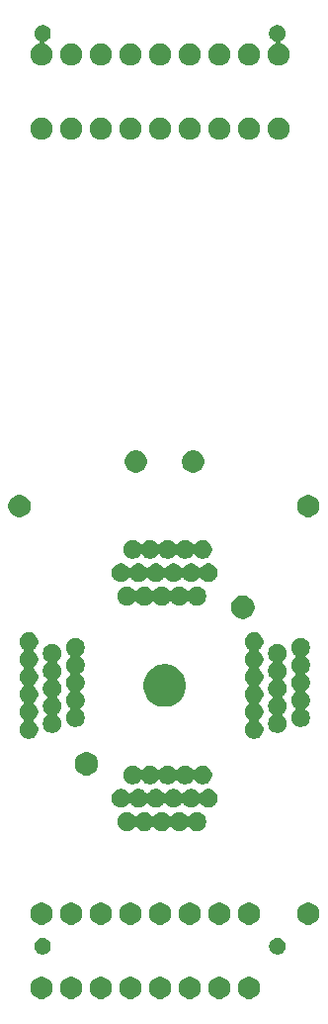
<source format=gbr>
G04 #@! TF.GenerationSoftware,KiCad,Pcbnew,5.0.2-bee76a0~70~ubuntu18.04.1*
G04 #@! TF.CreationDate,2019-05-09T10:06:34+02:00*
G04 #@! TF.ProjectId,stm32f205,73746d33-3266-4323-9035-2e6b69636164,rev?*
G04 #@! TF.SameCoordinates,Original*
G04 #@! TF.FileFunction,Soldermask,Top*
G04 #@! TF.FilePolarity,Negative*
%FSLAX46Y46*%
G04 Gerber Fmt 4.6, Leading zero omitted, Abs format (unit mm)*
G04 Created by KiCad (PCBNEW 5.0.2-bee76a0~70~ubuntu18.04.1) date jeu. 09 mai 2019 10:06:34 CEST*
%MOMM*%
%LPD*%
G01*
G04 APERTURE LIST*
%ADD10C,0.100000*%
G04 APERTURE END LIST*
D10*
G36*
X101739451Y-142950127D02*
X101877105Y-142977508D01*
X102049994Y-143049121D01*
X102205590Y-143153087D01*
X102337913Y-143285410D01*
X102441879Y-143441006D01*
X102513492Y-143613895D01*
X102550000Y-143797433D01*
X102550000Y-143984567D01*
X102513492Y-144168105D01*
X102441879Y-144340994D01*
X102337913Y-144496590D01*
X102205590Y-144628913D01*
X102049994Y-144732879D01*
X101877105Y-144804492D01*
X101739451Y-144831873D01*
X101693568Y-144841000D01*
X101506432Y-144841000D01*
X101460549Y-144831873D01*
X101322895Y-144804492D01*
X101150006Y-144732879D01*
X100994410Y-144628913D01*
X100862087Y-144496590D01*
X100758121Y-144340994D01*
X100686508Y-144168105D01*
X100650000Y-143984567D01*
X100650000Y-143797433D01*
X100686508Y-143613895D01*
X100758121Y-143441006D01*
X100862087Y-143285410D01*
X100994410Y-143153087D01*
X101150006Y-143049121D01*
X101322895Y-142977508D01*
X101460549Y-142950127D01*
X101506432Y-142941000D01*
X101693568Y-142941000D01*
X101739451Y-142950127D01*
X101739451Y-142950127D01*
G37*
G36*
X116979451Y-142950127D02*
X117117105Y-142977508D01*
X117289994Y-143049121D01*
X117445590Y-143153087D01*
X117577913Y-143285410D01*
X117681879Y-143441006D01*
X117753492Y-143613895D01*
X117790000Y-143797433D01*
X117790000Y-143984567D01*
X117753492Y-144168105D01*
X117681879Y-144340994D01*
X117577913Y-144496590D01*
X117445590Y-144628913D01*
X117289994Y-144732879D01*
X117117105Y-144804492D01*
X116979451Y-144831873D01*
X116933568Y-144841000D01*
X116746432Y-144841000D01*
X116700549Y-144831873D01*
X116562895Y-144804492D01*
X116390006Y-144732879D01*
X116234410Y-144628913D01*
X116102087Y-144496590D01*
X115998121Y-144340994D01*
X115926508Y-144168105D01*
X115890000Y-143984567D01*
X115890000Y-143797433D01*
X115926508Y-143613895D01*
X115998121Y-143441006D01*
X116102087Y-143285410D01*
X116234410Y-143153087D01*
X116390006Y-143049121D01*
X116562895Y-142977508D01*
X116700549Y-142950127D01*
X116746432Y-142941000D01*
X116933568Y-142941000D01*
X116979451Y-142950127D01*
X116979451Y-142950127D01*
G37*
G36*
X119519451Y-142950127D02*
X119657105Y-142977508D01*
X119829994Y-143049121D01*
X119985590Y-143153087D01*
X120117913Y-143285410D01*
X120221879Y-143441006D01*
X120293492Y-143613895D01*
X120330000Y-143797433D01*
X120330000Y-143984567D01*
X120293492Y-144168105D01*
X120221879Y-144340994D01*
X120117913Y-144496590D01*
X119985590Y-144628913D01*
X119829994Y-144732879D01*
X119657105Y-144804492D01*
X119519451Y-144831873D01*
X119473568Y-144841000D01*
X119286432Y-144841000D01*
X119240549Y-144831873D01*
X119102895Y-144804492D01*
X118930006Y-144732879D01*
X118774410Y-144628913D01*
X118642087Y-144496590D01*
X118538121Y-144340994D01*
X118466508Y-144168105D01*
X118430000Y-143984567D01*
X118430000Y-143797433D01*
X118466508Y-143613895D01*
X118538121Y-143441006D01*
X118642087Y-143285410D01*
X118774410Y-143153087D01*
X118930006Y-143049121D01*
X119102895Y-142977508D01*
X119240549Y-142950127D01*
X119286432Y-142941000D01*
X119473568Y-142941000D01*
X119519451Y-142950127D01*
X119519451Y-142950127D01*
G37*
G36*
X114439451Y-142950127D02*
X114577105Y-142977508D01*
X114749994Y-143049121D01*
X114905590Y-143153087D01*
X115037913Y-143285410D01*
X115141879Y-143441006D01*
X115213492Y-143613895D01*
X115250000Y-143797433D01*
X115250000Y-143984567D01*
X115213492Y-144168105D01*
X115141879Y-144340994D01*
X115037913Y-144496590D01*
X114905590Y-144628913D01*
X114749994Y-144732879D01*
X114577105Y-144804492D01*
X114439451Y-144831873D01*
X114393568Y-144841000D01*
X114206432Y-144841000D01*
X114160549Y-144831873D01*
X114022895Y-144804492D01*
X113850006Y-144732879D01*
X113694410Y-144628913D01*
X113562087Y-144496590D01*
X113458121Y-144340994D01*
X113386508Y-144168105D01*
X113350000Y-143984567D01*
X113350000Y-143797433D01*
X113386508Y-143613895D01*
X113458121Y-143441006D01*
X113562087Y-143285410D01*
X113694410Y-143153087D01*
X113850006Y-143049121D01*
X114022895Y-142977508D01*
X114160549Y-142950127D01*
X114206432Y-142941000D01*
X114393568Y-142941000D01*
X114439451Y-142950127D01*
X114439451Y-142950127D01*
G37*
G36*
X111899451Y-142950127D02*
X112037105Y-142977508D01*
X112209994Y-143049121D01*
X112365590Y-143153087D01*
X112497913Y-143285410D01*
X112601879Y-143441006D01*
X112673492Y-143613895D01*
X112710000Y-143797433D01*
X112710000Y-143984567D01*
X112673492Y-144168105D01*
X112601879Y-144340994D01*
X112497913Y-144496590D01*
X112365590Y-144628913D01*
X112209994Y-144732879D01*
X112037105Y-144804492D01*
X111899451Y-144831873D01*
X111853568Y-144841000D01*
X111666432Y-144841000D01*
X111620549Y-144831873D01*
X111482895Y-144804492D01*
X111310006Y-144732879D01*
X111154410Y-144628913D01*
X111022087Y-144496590D01*
X110918121Y-144340994D01*
X110846508Y-144168105D01*
X110810000Y-143984567D01*
X110810000Y-143797433D01*
X110846508Y-143613895D01*
X110918121Y-143441006D01*
X111022087Y-143285410D01*
X111154410Y-143153087D01*
X111310006Y-143049121D01*
X111482895Y-142977508D01*
X111620549Y-142950127D01*
X111666432Y-142941000D01*
X111853568Y-142941000D01*
X111899451Y-142950127D01*
X111899451Y-142950127D01*
G37*
G36*
X106819451Y-142950127D02*
X106957105Y-142977508D01*
X107129994Y-143049121D01*
X107285590Y-143153087D01*
X107417913Y-143285410D01*
X107521879Y-143441006D01*
X107593492Y-143613895D01*
X107630000Y-143797433D01*
X107630000Y-143984567D01*
X107593492Y-144168105D01*
X107521879Y-144340994D01*
X107417913Y-144496590D01*
X107285590Y-144628913D01*
X107129994Y-144732879D01*
X106957105Y-144804492D01*
X106819451Y-144831873D01*
X106773568Y-144841000D01*
X106586432Y-144841000D01*
X106540549Y-144831873D01*
X106402895Y-144804492D01*
X106230006Y-144732879D01*
X106074410Y-144628913D01*
X105942087Y-144496590D01*
X105838121Y-144340994D01*
X105766508Y-144168105D01*
X105730000Y-143984567D01*
X105730000Y-143797433D01*
X105766508Y-143613895D01*
X105838121Y-143441006D01*
X105942087Y-143285410D01*
X106074410Y-143153087D01*
X106230006Y-143049121D01*
X106402895Y-142977508D01*
X106540549Y-142950127D01*
X106586432Y-142941000D01*
X106773568Y-142941000D01*
X106819451Y-142950127D01*
X106819451Y-142950127D01*
G37*
G36*
X104279451Y-142950127D02*
X104417105Y-142977508D01*
X104589994Y-143049121D01*
X104745590Y-143153087D01*
X104877913Y-143285410D01*
X104981879Y-143441006D01*
X105053492Y-143613895D01*
X105090000Y-143797433D01*
X105090000Y-143984567D01*
X105053492Y-144168105D01*
X104981879Y-144340994D01*
X104877913Y-144496590D01*
X104745590Y-144628913D01*
X104589994Y-144732879D01*
X104417105Y-144804492D01*
X104279451Y-144831873D01*
X104233568Y-144841000D01*
X104046432Y-144841000D01*
X104000549Y-144831873D01*
X103862895Y-144804492D01*
X103690006Y-144732879D01*
X103534410Y-144628913D01*
X103402087Y-144496590D01*
X103298121Y-144340994D01*
X103226508Y-144168105D01*
X103190000Y-143984567D01*
X103190000Y-143797433D01*
X103226508Y-143613895D01*
X103298121Y-143441006D01*
X103402087Y-143285410D01*
X103534410Y-143153087D01*
X103690006Y-143049121D01*
X103862895Y-142977508D01*
X104000549Y-142950127D01*
X104046432Y-142941000D01*
X104233568Y-142941000D01*
X104279451Y-142950127D01*
X104279451Y-142950127D01*
G37*
G36*
X109359451Y-142950127D02*
X109497105Y-142977508D01*
X109669994Y-143049121D01*
X109825590Y-143153087D01*
X109957913Y-143285410D01*
X110061879Y-143441006D01*
X110133492Y-143613895D01*
X110170000Y-143797433D01*
X110170000Y-143984567D01*
X110133492Y-144168105D01*
X110061879Y-144340994D01*
X109957913Y-144496590D01*
X109825590Y-144628913D01*
X109669994Y-144732879D01*
X109497105Y-144804492D01*
X109359451Y-144831873D01*
X109313568Y-144841000D01*
X109126432Y-144841000D01*
X109080549Y-144831873D01*
X108942895Y-144804492D01*
X108770006Y-144732879D01*
X108614410Y-144628913D01*
X108482087Y-144496590D01*
X108378121Y-144340994D01*
X108306508Y-144168105D01*
X108270000Y-143984567D01*
X108270000Y-143797433D01*
X108306508Y-143613895D01*
X108378121Y-143441006D01*
X108482087Y-143285410D01*
X108614410Y-143153087D01*
X108770006Y-143049121D01*
X108942895Y-142977508D01*
X109080549Y-142950127D01*
X109126432Y-142941000D01*
X109313568Y-142941000D01*
X109359451Y-142950127D01*
X109359451Y-142950127D01*
G37*
G36*
X122023116Y-139623312D02*
X122152328Y-139676833D01*
X122268618Y-139754536D01*
X122367508Y-139853426D01*
X122445211Y-139969716D01*
X122498732Y-140098928D01*
X122526017Y-140236099D01*
X122526017Y-140375955D01*
X122498732Y-140513126D01*
X122445211Y-140642338D01*
X122367508Y-140758628D01*
X122268618Y-140857518D01*
X122152328Y-140935221D01*
X122023116Y-140988742D01*
X121885946Y-141016027D01*
X121746088Y-141016027D01*
X121608918Y-140988742D01*
X121479706Y-140935221D01*
X121363416Y-140857518D01*
X121264526Y-140758628D01*
X121186823Y-140642338D01*
X121133302Y-140513126D01*
X121106017Y-140375955D01*
X121106017Y-140236099D01*
X121133302Y-140098928D01*
X121186823Y-139969716D01*
X121264526Y-139853426D01*
X121363416Y-139754536D01*
X121479706Y-139676833D01*
X121608918Y-139623312D01*
X121746088Y-139596027D01*
X121885946Y-139596027D01*
X122023116Y-139623312D01*
X122023116Y-139623312D01*
G37*
G36*
X101893116Y-139623312D02*
X102022328Y-139676833D01*
X102138618Y-139754536D01*
X102237508Y-139853426D01*
X102315211Y-139969716D01*
X102368732Y-140098928D01*
X102396017Y-140236099D01*
X102396017Y-140375955D01*
X102368732Y-140513126D01*
X102315211Y-140642338D01*
X102237508Y-140758628D01*
X102138618Y-140857518D01*
X102022328Y-140935221D01*
X101893116Y-140988742D01*
X101755946Y-141016027D01*
X101616088Y-141016027D01*
X101478918Y-140988742D01*
X101349706Y-140935221D01*
X101233416Y-140857518D01*
X101134526Y-140758628D01*
X101056823Y-140642338D01*
X101003302Y-140513126D01*
X100976017Y-140375955D01*
X100976017Y-140236099D01*
X101003302Y-140098928D01*
X101056823Y-139969716D01*
X101134526Y-139853426D01*
X101233416Y-139754536D01*
X101349706Y-139676833D01*
X101478918Y-139623312D01*
X101616088Y-139596027D01*
X101755946Y-139596027D01*
X101893116Y-139623312D01*
X101893116Y-139623312D01*
G37*
G36*
X124599451Y-136600127D02*
X124737105Y-136627508D01*
X124909994Y-136699121D01*
X125065590Y-136803087D01*
X125197913Y-136935410D01*
X125301879Y-137091006D01*
X125373492Y-137263895D01*
X125410000Y-137447433D01*
X125410000Y-137634567D01*
X125373492Y-137818105D01*
X125301879Y-137990994D01*
X125197913Y-138146590D01*
X125065590Y-138278913D01*
X124909994Y-138382879D01*
X124737105Y-138454492D01*
X124599452Y-138481873D01*
X124553568Y-138491000D01*
X124366432Y-138491000D01*
X124320548Y-138481873D01*
X124182895Y-138454492D01*
X124010006Y-138382879D01*
X123854410Y-138278913D01*
X123722087Y-138146590D01*
X123618121Y-137990994D01*
X123546508Y-137818105D01*
X123510000Y-137634567D01*
X123510000Y-137447433D01*
X123546508Y-137263895D01*
X123618121Y-137091006D01*
X123722087Y-136935410D01*
X123854410Y-136803087D01*
X124010006Y-136699121D01*
X124182895Y-136627508D01*
X124320549Y-136600127D01*
X124366432Y-136591000D01*
X124553568Y-136591000D01*
X124599451Y-136600127D01*
X124599451Y-136600127D01*
G37*
G36*
X101739451Y-136600127D02*
X101877105Y-136627508D01*
X102049994Y-136699121D01*
X102205590Y-136803087D01*
X102337913Y-136935410D01*
X102441879Y-137091006D01*
X102513492Y-137263895D01*
X102550000Y-137447433D01*
X102550000Y-137634567D01*
X102513492Y-137818105D01*
X102441879Y-137990994D01*
X102337913Y-138146590D01*
X102205590Y-138278913D01*
X102049994Y-138382879D01*
X101877105Y-138454492D01*
X101739452Y-138481873D01*
X101693568Y-138491000D01*
X101506432Y-138491000D01*
X101460548Y-138481873D01*
X101322895Y-138454492D01*
X101150006Y-138382879D01*
X100994410Y-138278913D01*
X100862087Y-138146590D01*
X100758121Y-137990994D01*
X100686508Y-137818105D01*
X100650000Y-137634567D01*
X100650000Y-137447433D01*
X100686508Y-137263895D01*
X100758121Y-137091006D01*
X100862087Y-136935410D01*
X100994410Y-136803087D01*
X101150006Y-136699121D01*
X101322895Y-136627508D01*
X101460549Y-136600127D01*
X101506432Y-136591000D01*
X101693568Y-136591000D01*
X101739451Y-136600127D01*
X101739451Y-136600127D01*
G37*
G36*
X104279451Y-136600127D02*
X104417105Y-136627508D01*
X104589994Y-136699121D01*
X104745590Y-136803087D01*
X104877913Y-136935410D01*
X104981879Y-137091006D01*
X105053492Y-137263895D01*
X105090000Y-137447433D01*
X105090000Y-137634567D01*
X105053492Y-137818105D01*
X104981879Y-137990994D01*
X104877913Y-138146590D01*
X104745590Y-138278913D01*
X104589994Y-138382879D01*
X104417105Y-138454492D01*
X104279452Y-138481873D01*
X104233568Y-138491000D01*
X104046432Y-138491000D01*
X104000548Y-138481873D01*
X103862895Y-138454492D01*
X103690006Y-138382879D01*
X103534410Y-138278913D01*
X103402087Y-138146590D01*
X103298121Y-137990994D01*
X103226508Y-137818105D01*
X103190000Y-137634567D01*
X103190000Y-137447433D01*
X103226508Y-137263895D01*
X103298121Y-137091006D01*
X103402087Y-136935410D01*
X103534410Y-136803087D01*
X103690006Y-136699121D01*
X103862895Y-136627508D01*
X104000549Y-136600127D01*
X104046432Y-136591000D01*
X104233568Y-136591000D01*
X104279451Y-136600127D01*
X104279451Y-136600127D01*
G37*
G36*
X106819451Y-136600127D02*
X106957105Y-136627508D01*
X107129994Y-136699121D01*
X107285590Y-136803087D01*
X107417913Y-136935410D01*
X107521879Y-137091006D01*
X107593492Y-137263895D01*
X107630000Y-137447433D01*
X107630000Y-137634567D01*
X107593492Y-137818105D01*
X107521879Y-137990994D01*
X107417913Y-138146590D01*
X107285590Y-138278913D01*
X107129994Y-138382879D01*
X106957105Y-138454492D01*
X106819452Y-138481873D01*
X106773568Y-138491000D01*
X106586432Y-138491000D01*
X106540548Y-138481873D01*
X106402895Y-138454492D01*
X106230006Y-138382879D01*
X106074410Y-138278913D01*
X105942087Y-138146590D01*
X105838121Y-137990994D01*
X105766508Y-137818105D01*
X105730000Y-137634567D01*
X105730000Y-137447433D01*
X105766508Y-137263895D01*
X105838121Y-137091006D01*
X105942087Y-136935410D01*
X106074410Y-136803087D01*
X106230006Y-136699121D01*
X106402895Y-136627508D01*
X106540549Y-136600127D01*
X106586432Y-136591000D01*
X106773568Y-136591000D01*
X106819451Y-136600127D01*
X106819451Y-136600127D01*
G37*
G36*
X111899451Y-136600127D02*
X112037105Y-136627508D01*
X112209994Y-136699121D01*
X112365590Y-136803087D01*
X112497913Y-136935410D01*
X112601879Y-137091006D01*
X112673492Y-137263895D01*
X112710000Y-137447433D01*
X112710000Y-137634567D01*
X112673492Y-137818105D01*
X112601879Y-137990994D01*
X112497913Y-138146590D01*
X112365590Y-138278913D01*
X112209994Y-138382879D01*
X112037105Y-138454492D01*
X111899452Y-138481873D01*
X111853568Y-138491000D01*
X111666432Y-138491000D01*
X111620548Y-138481873D01*
X111482895Y-138454492D01*
X111310006Y-138382879D01*
X111154410Y-138278913D01*
X111022087Y-138146590D01*
X110918121Y-137990994D01*
X110846508Y-137818105D01*
X110810000Y-137634567D01*
X110810000Y-137447433D01*
X110846508Y-137263895D01*
X110918121Y-137091006D01*
X111022087Y-136935410D01*
X111154410Y-136803087D01*
X111310006Y-136699121D01*
X111482895Y-136627508D01*
X111620549Y-136600127D01*
X111666432Y-136591000D01*
X111853568Y-136591000D01*
X111899451Y-136600127D01*
X111899451Y-136600127D01*
G37*
G36*
X114439451Y-136600127D02*
X114577105Y-136627508D01*
X114749994Y-136699121D01*
X114905590Y-136803087D01*
X115037913Y-136935410D01*
X115141879Y-137091006D01*
X115213492Y-137263895D01*
X115250000Y-137447433D01*
X115250000Y-137634567D01*
X115213492Y-137818105D01*
X115141879Y-137990994D01*
X115037913Y-138146590D01*
X114905590Y-138278913D01*
X114749994Y-138382879D01*
X114577105Y-138454492D01*
X114439452Y-138481873D01*
X114393568Y-138491000D01*
X114206432Y-138491000D01*
X114160548Y-138481873D01*
X114022895Y-138454492D01*
X113850006Y-138382879D01*
X113694410Y-138278913D01*
X113562087Y-138146590D01*
X113458121Y-137990994D01*
X113386508Y-137818105D01*
X113350000Y-137634567D01*
X113350000Y-137447433D01*
X113386508Y-137263895D01*
X113458121Y-137091006D01*
X113562087Y-136935410D01*
X113694410Y-136803087D01*
X113850006Y-136699121D01*
X114022895Y-136627508D01*
X114160549Y-136600127D01*
X114206432Y-136591000D01*
X114393568Y-136591000D01*
X114439451Y-136600127D01*
X114439451Y-136600127D01*
G37*
G36*
X116979451Y-136600127D02*
X117117105Y-136627508D01*
X117289994Y-136699121D01*
X117445590Y-136803087D01*
X117577913Y-136935410D01*
X117681879Y-137091006D01*
X117753492Y-137263895D01*
X117790000Y-137447433D01*
X117790000Y-137634567D01*
X117753492Y-137818105D01*
X117681879Y-137990994D01*
X117577913Y-138146590D01*
X117445590Y-138278913D01*
X117289994Y-138382879D01*
X117117105Y-138454492D01*
X116979452Y-138481873D01*
X116933568Y-138491000D01*
X116746432Y-138491000D01*
X116700548Y-138481873D01*
X116562895Y-138454492D01*
X116390006Y-138382879D01*
X116234410Y-138278913D01*
X116102087Y-138146590D01*
X115998121Y-137990994D01*
X115926508Y-137818105D01*
X115890000Y-137634567D01*
X115890000Y-137447433D01*
X115926508Y-137263895D01*
X115998121Y-137091006D01*
X116102087Y-136935410D01*
X116234410Y-136803087D01*
X116390006Y-136699121D01*
X116562895Y-136627508D01*
X116700549Y-136600127D01*
X116746432Y-136591000D01*
X116933568Y-136591000D01*
X116979451Y-136600127D01*
X116979451Y-136600127D01*
G37*
G36*
X119519451Y-136600127D02*
X119657105Y-136627508D01*
X119829994Y-136699121D01*
X119985590Y-136803087D01*
X120117913Y-136935410D01*
X120221879Y-137091006D01*
X120293492Y-137263895D01*
X120330000Y-137447433D01*
X120330000Y-137634567D01*
X120293492Y-137818105D01*
X120221879Y-137990994D01*
X120117913Y-138146590D01*
X119985590Y-138278913D01*
X119829994Y-138382879D01*
X119657105Y-138454492D01*
X119519452Y-138481873D01*
X119473568Y-138491000D01*
X119286432Y-138491000D01*
X119240548Y-138481873D01*
X119102895Y-138454492D01*
X118930006Y-138382879D01*
X118774410Y-138278913D01*
X118642087Y-138146590D01*
X118538121Y-137990994D01*
X118466508Y-137818105D01*
X118430000Y-137634567D01*
X118430000Y-137447433D01*
X118466508Y-137263895D01*
X118538121Y-137091006D01*
X118642087Y-136935410D01*
X118774410Y-136803087D01*
X118930006Y-136699121D01*
X119102895Y-136627508D01*
X119240549Y-136600127D01*
X119286432Y-136591000D01*
X119473568Y-136591000D01*
X119519451Y-136600127D01*
X119519451Y-136600127D01*
G37*
G36*
X109359451Y-136600127D02*
X109497105Y-136627508D01*
X109669994Y-136699121D01*
X109825590Y-136803087D01*
X109957913Y-136935410D01*
X110061879Y-137091006D01*
X110133492Y-137263895D01*
X110170000Y-137447433D01*
X110170000Y-137634567D01*
X110133492Y-137818105D01*
X110061879Y-137990994D01*
X109957913Y-138146590D01*
X109825590Y-138278913D01*
X109669994Y-138382879D01*
X109497105Y-138454492D01*
X109359452Y-138481873D01*
X109313568Y-138491000D01*
X109126432Y-138491000D01*
X109080548Y-138481873D01*
X108942895Y-138454492D01*
X108770006Y-138382879D01*
X108614410Y-138278913D01*
X108482087Y-138146590D01*
X108378121Y-137990994D01*
X108306508Y-137818105D01*
X108270000Y-137634567D01*
X108270000Y-137447433D01*
X108306508Y-137263895D01*
X108378121Y-137091006D01*
X108482087Y-136935410D01*
X108614410Y-136803087D01*
X108770006Y-136699121D01*
X108942895Y-136627508D01*
X109080549Y-136600127D01*
X109126432Y-136591000D01*
X109313568Y-136591000D01*
X109359451Y-136600127D01*
X109359451Y-136600127D01*
G37*
G36*
X109134369Y-128891770D02*
X109279958Y-128952075D01*
X109410990Y-129039628D01*
X109522418Y-129151056D01*
X109547084Y-129187971D01*
X109562629Y-129206913D01*
X109581571Y-129222458D01*
X109603182Y-129234009D01*
X109626631Y-129241122D01*
X109651018Y-129243524D01*
X109675404Y-129241122D01*
X109698853Y-129234009D01*
X109720464Y-129222457D01*
X109739406Y-129206912D01*
X109754950Y-129187971D01*
X109779616Y-129151056D01*
X109891044Y-129039628D01*
X110022076Y-128952075D01*
X110167665Y-128891770D01*
X110322222Y-128861027D01*
X110479812Y-128861027D01*
X110634369Y-128891770D01*
X110779958Y-128952075D01*
X110910990Y-129039628D01*
X111022418Y-129151056D01*
X111047084Y-129187971D01*
X111062629Y-129206913D01*
X111081571Y-129222458D01*
X111103182Y-129234009D01*
X111126631Y-129241122D01*
X111151018Y-129243524D01*
X111175404Y-129241122D01*
X111198853Y-129234009D01*
X111220464Y-129222457D01*
X111239406Y-129206912D01*
X111254950Y-129187971D01*
X111279616Y-129151056D01*
X111391044Y-129039628D01*
X111522076Y-128952075D01*
X111667665Y-128891770D01*
X111822222Y-128861027D01*
X111979812Y-128861027D01*
X112134369Y-128891770D01*
X112279958Y-128952075D01*
X112410990Y-129039628D01*
X112522418Y-129151056D01*
X112547084Y-129187971D01*
X112562629Y-129206913D01*
X112581571Y-129222458D01*
X112603182Y-129234009D01*
X112626631Y-129241122D01*
X112651018Y-129243524D01*
X112675404Y-129241122D01*
X112698853Y-129234009D01*
X112720464Y-129222457D01*
X112739406Y-129206912D01*
X112754950Y-129187971D01*
X112779616Y-129151056D01*
X112891044Y-129039628D01*
X113022076Y-128952075D01*
X113167665Y-128891770D01*
X113322222Y-128861027D01*
X113479812Y-128861027D01*
X113634369Y-128891770D01*
X113779958Y-128952075D01*
X113910990Y-129039628D01*
X114022418Y-129151056D01*
X114047084Y-129187971D01*
X114062629Y-129206913D01*
X114081571Y-129222458D01*
X114103182Y-129234009D01*
X114126631Y-129241122D01*
X114151018Y-129243524D01*
X114175404Y-129241122D01*
X114198853Y-129234009D01*
X114220464Y-129222457D01*
X114239406Y-129206912D01*
X114254950Y-129187971D01*
X114279616Y-129151056D01*
X114391044Y-129039628D01*
X114522076Y-128952075D01*
X114667665Y-128891770D01*
X114822222Y-128861027D01*
X114979812Y-128861027D01*
X115134369Y-128891770D01*
X115279958Y-128952075D01*
X115410990Y-129039628D01*
X115522416Y-129151054D01*
X115609969Y-129282086D01*
X115670274Y-129427675D01*
X115701017Y-129582232D01*
X115701017Y-129739822D01*
X115670274Y-129894379D01*
X115609969Y-130039968D01*
X115522416Y-130171000D01*
X115410990Y-130282426D01*
X115279958Y-130369979D01*
X115134369Y-130430284D01*
X114979812Y-130461027D01*
X114822222Y-130461027D01*
X114667665Y-130430284D01*
X114522076Y-130369979D01*
X114391044Y-130282426D01*
X114279616Y-130170998D01*
X114254950Y-130134083D01*
X114239405Y-130115141D01*
X114220463Y-130099596D01*
X114198852Y-130088045D01*
X114175403Y-130080932D01*
X114151016Y-130078530D01*
X114126630Y-130080932D01*
X114103181Y-130088045D01*
X114081570Y-130099597D01*
X114062628Y-130115142D01*
X114047084Y-130134083D01*
X114022418Y-130170998D01*
X113910990Y-130282426D01*
X113779958Y-130369979D01*
X113634369Y-130430284D01*
X113479812Y-130461027D01*
X113322222Y-130461027D01*
X113167665Y-130430284D01*
X113022076Y-130369979D01*
X112891044Y-130282426D01*
X112779616Y-130170998D01*
X112754950Y-130134083D01*
X112739405Y-130115141D01*
X112720463Y-130099596D01*
X112698852Y-130088045D01*
X112675403Y-130080932D01*
X112651016Y-130078530D01*
X112626630Y-130080932D01*
X112603181Y-130088045D01*
X112581570Y-130099597D01*
X112562628Y-130115142D01*
X112547084Y-130134083D01*
X112522418Y-130170998D01*
X112410990Y-130282426D01*
X112279958Y-130369979D01*
X112134369Y-130430284D01*
X111979812Y-130461027D01*
X111822222Y-130461027D01*
X111667665Y-130430284D01*
X111522076Y-130369979D01*
X111391044Y-130282426D01*
X111279616Y-130170998D01*
X111254950Y-130134083D01*
X111239405Y-130115141D01*
X111220463Y-130099596D01*
X111198852Y-130088045D01*
X111175403Y-130080932D01*
X111151016Y-130078530D01*
X111126630Y-130080932D01*
X111103181Y-130088045D01*
X111081570Y-130099597D01*
X111062628Y-130115142D01*
X111047084Y-130134083D01*
X111022418Y-130170998D01*
X110910990Y-130282426D01*
X110779958Y-130369979D01*
X110634369Y-130430284D01*
X110479812Y-130461027D01*
X110322222Y-130461027D01*
X110167665Y-130430284D01*
X110022076Y-130369979D01*
X109891044Y-130282426D01*
X109779616Y-130170998D01*
X109754950Y-130134083D01*
X109739405Y-130115141D01*
X109720463Y-130099596D01*
X109698852Y-130088045D01*
X109675403Y-130080932D01*
X109651016Y-130078530D01*
X109626630Y-130080932D01*
X109603181Y-130088045D01*
X109581570Y-130099597D01*
X109562628Y-130115142D01*
X109547084Y-130134083D01*
X109522418Y-130170998D01*
X109410990Y-130282426D01*
X109279958Y-130369979D01*
X109134369Y-130430284D01*
X108979812Y-130461027D01*
X108822222Y-130461027D01*
X108667665Y-130430284D01*
X108522076Y-130369979D01*
X108391044Y-130282426D01*
X108279618Y-130171000D01*
X108192065Y-130039968D01*
X108131760Y-129894379D01*
X108101017Y-129739822D01*
X108101017Y-129582232D01*
X108131760Y-129427675D01*
X108192065Y-129282086D01*
X108279618Y-129151054D01*
X108391044Y-129039628D01*
X108522076Y-128952075D01*
X108667665Y-128891770D01*
X108822222Y-128861027D01*
X108979812Y-128861027D01*
X109134369Y-128891770D01*
X109134369Y-128891770D01*
G37*
G36*
X108634369Y-126891770D02*
X108779958Y-126952075D01*
X108910990Y-127039628D01*
X109022418Y-127151056D01*
X109047084Y-127187971D01*
X109062629Y-127206913D01*
X109081571Y-127222458D01*
X109103182Y-127234009D01*
X109126631Y-127241122D01*
X109151018Y-127243524D01*
X109175404Y-127241122D01*
X109198853Y-127234009D01*
X109220464Y-127222457D01*
X109239406Y-127206912D01*
X109254950Y-127187971D01*
X109279616Y-127151056D01*
X109391044Y-127039628D01*
X109522076Y-126952075D01*
X109667665Y-126891770D01*
X109822222Y-126861027D01*
X109979812Y-126861027D01*
X110134369Y-126891770D01*
X110279958Y-126952075D01*
X110410990Y-127039628D01*
X110522418Y-127151056D01*
X110547084Y-127187971D01*
X110562629Y-127206913D01*
X110581571Y-127222458D01*
X110603182Y-127234009D01*
X110626631Y-127241122D01*
X110651018Y-127243524D01*
X110675404Y-127241122D01*
X110698853Y-127234009D01*
X110720464Y-127222457D01*
X110739406Y-127206912D01*
X110754950Y-127187971D01*
X110779616Y-127151056D01*
X110891044Y-127039628D01*
X111022076Y-126952075D01*
X111167665Y-126891770D01*
X111322222Y-126861027D01*
X111479812Y-126861027D01*
X111634369Y-126891770D01*
X111779958Y-126952075D01*
X111910990Y-127039628D01*
X112022418Y-127151056D01*
X112047084Y-127187971D01*
X112062629Y-127206913D01*
X112081571Y-127222458D01*
X112103182Y-127234009D01*
X112126631Y-127241122D01*
X112151018Y-127243524D01*
X112175404Y-127241122D01*
X112198853Y-127234009D01*
X112220464Y-127222457D01*
X112239406Y-127206912D01*
X112254950Y-127187971D01*
X112279616Y-127151056D01*
X112391044Y-127039628D01*
X112522076Y-126952075D01*
X112667665Y-126891770D01*
X112822222Y-126861027D01*
X112979812Y-126861027D01*
X113134369Y-126891770D01*
X113279958Y-126952075D01*
X113410990Y-127039628D01*
X113522418Y-127151056D01*
X113547084Y-127187971D01*
X113562629Y-127206913D01*
X113581571Y-127222458D01*
X113603182Y-127234009D01*
X113626631Y-127241122D01*
X113651018Y-127243524D01*
X113675404Y-127241122D01*
X113698853Y-127234009D01*
X113720464Y-127222457D01*
X113739406Y-127206912D01*
X113754950Y-127187971D01*
X113779616Y-127151056D01*
X113891044Y-127039628D01*
X114022076Y-126952075D01*
X114167665Y-126891770D01*
X114322222Y-126861027D01*
X114479812Y-126861027D01*
X114634369Y-126891770D01*
X114779958Y-126952075D01*
X114910990Y-127039628D01*
X115022418Y-127151056D01*
X115047084Y-127187971D01*
X115062629Y-127206913D01*
X115081571Y-127222458D01*
X115103182Y-127234009D01*
X115126631Y-127241122D01*
X115151018Y-127243524D01*
X115175404Y-127241122D01*
X115198853Y-127234009D01*
X115220464Y-127222457D01*
X115239406Y-127206912D01*
X115254950Y-127187971D01*
X115279616Y-127151056D01*
X115391044Y-127039628D01*
X115522076Y-126952075D01*
X115667665Y-126891770D01*
X115822222Y-126861027D01*
X115979812Y-126861027D01*
X116134369Y-126891770D01*
X116279958Y-126952075D01*
X116410990Y-127039628D01*
X116522416Y-127151054D01*
X116609969Y-127282086D01*
X116670274Y-127427675D01*
X116701017Y-127582232D01*
X116701017Y-127739822D01*
X116670274Y-127894379D01*
X116609969Y-128039968D01*
X116522416Y-128171000D01*
X116410990Y-128282426D01*
X116279958Y-128369979D01*
X116134369Y-128430284D01*
X115979812Y-128461027D01*
X115822222Y-128461027D01*
X115667665Y-128430284D01*
X115522076Y-128369979D01*
X115391044Y-128282426D01*
X115279616Y-128170998D01*
X115254950Y-128134083D01*
X115239405Y-128115141D01*
X115220463Y-128099596D01*
X115198852Y-128088045D01*
X115175403Y-128080932D01*
X115151016Y-128078530D01*
X115126630Y-128080932D01*
X115103181Y-128088045D01*
X115081570Y-128099597D01*
X115062628Y-128115142D01*
X115047084Y-128134083D01*
X115022418Y-128170998D01*
X114910990Y-128282426D01*
X114779958Y-128369979D01*
X114634369Y-128430284D01*
X114479812Y-128461027D01*
X114322222Y-128461027D01*
X114167665Y-128430284D01*
X114022076Y-128369979D01*
X113891044Y-128282426D01*
X113779616Y-128170998D01*
X113754950Y-128134083D01*
X113739405Y-128115141D01*
X113720463Y-128099596D01*
X113698852Y-128088045D01*
X113675403Y-128080932D01*
X113651016Y-128078530D01*
X113626630Y-128080932D01*
X113603181Y-128088045D01*
X113581570Y-128099597D01*
X113562628Y-128115142D01*
X113547084Y-128134083D01*
X113522418Y-128170998D01*
X113410990Y-128282426D01*
X113279958Y-128369979D01*
X113134369Y-128430284D01*
X112979812Y-128461027D01*
X112822222Y-128461027D01*
X112667665Y-128430284D01*
X112522076Y-128369979D01*
X112391044Y-128282426D01*
X112279616Y-128170998D01*
X112254950Y-128134083D01*
X112239405Y-128115141D01*
X112220463Y-128099596D01*
X112198852Y-128088045D01*
X112175403Y-128080932D01*
X112151016Y-128078530D01*
X112126630Y-128080932D01*
X112103181Y-128088045D01*
X112081570Y-128099597D01*
X112062628Y-128115142D01*
X112047084Y-128134083D01*
X112022418Y-128170998D01*
X111910990Y-128282426D01*
X111779958Y-128369979D01*
X111634369Y-128430284D01*
X111479812Y-128461027D01*
X111322222Y-128461027D01*
X111167665Y-128430284D01*
X111022076Y-128369979D01*
X110891044Y-128282426D01*
X110779616Y-128170998D01*
X110754950Y-128134083D01*
X110739405Y-128115141D01*
X110720463Y-128099596D01*
X110698852Y-128088045D01*
X110675403Y-128080932D01*
X110651016Y-128078530D01*
X110626630Y-128080932D01*
X110603181Y-128088045D01*
X110581570Y-128099597D01*
X110562628Y-128115142D01*
X110547084Y-128134083D01*
X110522418Y-128170998D01*
X110410990Y-128282426D01*
X110279958Y-128369979D01*
X110134369Y-128430284D01*
X109979812Y-128461027D01*
X109822222Y-128461027D01*
X109667665Y-128430284D01*
X109522076Y-128369979D01*
X109391044Y-128282426D01*
X109279616Y-128170998D01*
X109254950Y-128134083D01*
X109239405Y-128115141D01*
X109220463Y-128099596D01*
X109198852Y-128088045D01*
X109175403Y-128080932D01*
X109151016Y-128078530D01*
X109126630Y-128080932D01*
X109103181Y-128088045D01*
X109081570Y-128099597D01*
X109062628Y-128115142D01*
X109047084Y-128134083D01*
X109022418Y-128170998D01*
X108910990Y-128282426D01*
X108779958Y-128369979D01*
X108634369Y-128430284D01*
X108479812Y-128461027D01*
X108322222Y-128461027D01*
X108167665Y-128430284D01*
X108022076Y-128369979D01*
X107891044Y-128282426D01*
X107779618Y-128171000D01*
X107692065Y-128039968D01*
X107631760Y-127894379D01*
X107601017Y-127739822D01*
X107601017Y-127582232D01*
X107631760Y-127427675D01*
X107692065Y-127282086D01*
X107779618Y-127151054D01*
X107891044Y-127039628D01*
X108022076Y-126952075D01*
X108167665Y-126891770D01*
X108322222Y-126861027D01*
X108479812Y-126861027D01*
X108634369Y-126891770D01*
X108634369Y-126891770D01*
G37*
G36*
X109634369Y-124891770D02*
X109779958Y-124952075D01*
X109910990Y-125039628D01*
X110022418Y-125151056D01*
X110047084Y-125187971D01*
X110062629Y-125206913D01*
X110081571Y-125222458D01*
X110103182Y-125234009D01*
X110126631Y-125241122D01*
X110151018Y-125243524D01*
X110175404Y-125241122D01*
X110198853Y-125234009D01*
X110220464Y-125222457D01*
X110239406Y-125206912D01*
X110254950Y-125187971D01*
X110279616Y-125151056D01*
X110391044Y-125039628D01*
X110522076Y-124952075D01*
X110667665Y-124891770D01*
X110822222Y-124861027D01*
X110979812Y-124861027D01*
X111134369Y-124891770D01*
X111279958Y-124952075D01*
X111410990Y-125039628D01*
X111522418Y-125151056D01*
X111547084Y-125187971D01*
X111562629Y-125206913D01*
X111581571Y-125222458D01*
X111603182Y-125234009D01*
X111626631Y-125241122D01*
X111651018Y-125243524D01*
X111675404Y-125241122D01*
X111698853Y-125234009D01*
X111720464Y-125222457D01*
X111739406Y-125206912D01*
X111754950Y-125187971D01*
X111779616Y-125151056D01*
X111891044Y-125039628D01*
X112022076Y-124952075D01*
X112167665Y-124891770D01*
X112322222Y-124861027D01*
X112479812Y-124861027D01*
X112634369Y-124891770D01*
X112779958Y-124952075D01*
X112910990Y-125039628D01*
X113022418Y-125151056D01*
X113047084Y-125187971D01*
X113062629Y-125206913D01*
X113081571Y-125222458D01*
X113103182Y-125234009D01*
X113126631Y-125241122D01*
X113151018Y-125243524D01*
X113175404Y-125241122D01*
X113198853Y-125234009D01*
X113220464Y-125222457D01*
X113239406Y-125206912D01*
X113254950Y-125187971D01*
X113279616Y-125151056D01*
X113391044Y-125039628D01*
X113522076Y-124952075D01*
X113667665Y-124891770D01*
X113822222Y-124861027D01*
X113979812Y-124861027D01*
X114134369Y-124891770D01*
X114279958Y-124952075D01*
X114410990Y-125039628D01*
X114522418Y-125151056D01*
X114547084Y-125187971D01*
X114562629Y-125206913D01*
X114581571Y-125222458D01*
X114603182Y-125234009D01*
X114626631Y-125241122D01*
X114651018Y-125243524D01*
X114675404Y-125241122D01*
X114698853Y-125234009D01*
X114720464Y-125222457D01*
X114739406Y-125206912D01*
X114754950Y-125187971D01*
X114779616Y-125151056D01*
X114891044Y-125039628D01*
X115022076Y-124952075D01*
X115167665Y-124891770D01*
X115322222Y-124861027D01*
X115479812Y-124861027D01*
X115634369Y-124891770D01*
X115779958Y-124952075D01*
X115910990Y-125039628D01*
X116022416Y-125151054D01*
X116109969Y-125282086D01*
X116170274Y-125427675D01*
X116201017Y-125582232D01*
X116201017Y-125739822D01*
X116170274Y-125894379D01*
X116109969Y-126039968D01*
X116022416Y-126171000D01*
X115910990Y-126282426D01*
X115779958Y-126369979D01*
X115634369Y-126430284D01*
X115479812Y-126461027D01*
X115322222Y-126461027D01*
X115167665Y-126430284D01*
X115022076Y-126369979D01*
X114891044Y-126282426D01*
X114779616Y-126170998D01*
X114754950Y-126134083D01*
X114739405Y-126115141D01*
X114720463Y-126099596D01*
X114698852Y-126088045D01*
X114675403Y-126080932D01*
X114651016Y-126078530D01*
X114626630Y-126080932D01*
X114603181Y-126088045D01*
X114581570Y-126099597D01*
X114562628Y-126115142D01*
X114547084Y-126134083D01*
X114522418Y-126170998D01*
X114410990Y-126282426D01*
X114279958Y-126369979D01*
X114134369Y-126430284D01*
X113979812Y-126461027D01*
X113822222Y-126461027D01*
X113667665Y-126430284D01*
X113522076Y-126369979D01*
X113391044Y-126282426D01*
X113279616Y-126170998D01*
X113254950Y-126134083D01*
X113239405Y-126115141D01*
X113220463Y-126099596D01*
X113198852Y-126088045D01*
X113175403Y-126080932D01*
X113151016Y-126078530D01*
X113126630Y-126080932D01*
X113103181Y-126088045D01*
X113081570Y-126099597D01*
X113062628Y-126115142D01*
X113047084Y-126134083D01*
X113022418Y-126170998D01*
X112910990Y-126282426D01*
X112779958Y-126369979D01*
X112634369Y-126430284D01*
X112479812Y-126461027D01*
X112322222Y-126461027D01*
X112167665Y-126430284D01*
X112022076Y-126369979D01*
X111891044Y-126282426D01*
X111779616Y-126170998D01*
X111754950Y-126134083D01*
X111739405Y-126115141D01*
X111720463Y-126099596D01*
X111698852Y-126088045D01*
X111675403Y-126080932D01*
X111651016Y-126078530D01*
X111626630Y-126080932D01*
X111603181Y-126088045D01*
X111581570Y-126099597D01*
X111562628Y-126115142D01*
X111547084Y-126134083D01*
X111522418Y-126170998D01*
X111410990Y-126282426D01*
X111279958Y-126369979D01*
X111134369Y-126430284D01*
X110979812Y-126461027D01*
X110822222Y-126461027D01*
X110667665Y-126430284D01*
X110522076Y-126369979D01*
X110391044Y-126282426D01*
X110279616Y-126170998D01*
X110254950Y-126134083D01*
X110239405Y-126115141D01*
X110220463Y-126099596D01*
X110198852Y-126088045D01*
X110175403Y-126080932D01*
X110151016Y-126078530D01*
X110126630Y-126080932D01*
X110103181Y-126088045D01*
X110081570Y-126099597D01*
X110062628Y-126115142D01*
X110047084Y-126134083D01*
X110022418Y-126170998D01*
X109910990Y-126282426D01*
X109779958Y-126369979D01*
X109634369Y-126430284D01*
X109479812Y-126461027D01*
X109322222Y-126461027D01*
X109167665Y-126430284D01*
X109022076Y-126369979D01*
X108891044Y-126282426D01*
X108779618Y-126171000D01*
X108692065Y-126039968D01*
X108631760Y-125894379D01*
X108601017Y-125739822D01*
X108601017Y-125582232D01*
X108631760Y-125427675D01*
X108692065Y-125282086D01*
X108779618Y-125151054D01*
X108891044Y-125039628D01*
X109022076Y-124952075D01*
X109167665Y-124891770D01*
X109322222Y-124861027D01*
X109479812Y-124861027D01*
X109634369Y-124891770D01*
X109634369Y-124891770D01*
G37*
G36*
X105626787Y-123726399D02*
X105742706Y-123749456D01*
X105924695Y-123824838D01*
X106088480Y-123934276D01*
X106227768Y-124073564D01*
X106337206Y-124237349D01*
X106412588Y-124419338D01*
X106451017Y-124612536D01*
X106451017Y-124809518D01*
X106412588Y-125002716D01*
X106337206Y-125184705D01*
X106227768Y-125348490D01*
X106088480Y-125487778D01*
X105924695Y-125597216D01*
X105742706Y-125672598D01*
X105626787Y-125695655D01*
X105549510Y-125711027D01*
X105352524Y-125711027D01*
X105275247Y-125695655D01*
X105159328Y-125672598D01*
X104977339Y-125597216D01*
X104813554Y-125487778D01*
X104674266Y-125348490D01*
X104564828Y-125184705D01*
X104489446Y-125002716D01*
X104451017Y-124809518D01*
X104451017Y-124612536D01*
X104489446Y-124419338D01*
X104564828Y-124237349D01*
X104674266Y-124073564D01*
X104813554Y-123934276D01*
X104977339Y-123824838D01*
X105159328Y-123749456D01*
X105275247Y-123726399D01*
X105352524Y-123711027D01*
X105549510Y-123711027D01*
X105626787Y-123726399D01*
X105626787Y-123726399D01*
G37*
G36*
X120034369Y-113491770D02*
X120179958Y-113552075D01*
X120310990Y-113639628D01*
X120422416Y-113751054D01*
X120509969Y-113882086D01*
X120570274Y-114027675D01*
X120601017Y-114182232D01*
X120601017Y-114339822D01*
X120570274Y-114494379D01*
X120509969Y-114639968D01*
X120422416Y-114771000D01*
X120310988Y-114882428D01*
X120274073Y-114907094D01*
X120255131Y-114922639D01*
X120239586Y-114941581D01*
X120228035Y-114963192D01*
X120220922Y-114986641D01*
X120218520Y-115011028D01*
X120220922Y-115035414D01*
X120228035Y-115058863D01*
X120239587Y-115080474D01*
X120255132Y-115099416D01*
X120274073Y-115114960D01*
X120310988Y-115139626D01*
X120422416Y-115251054D01*
X120509969Y-115382086D01*
X120570274Y-115527675D01*
X120601017Y-115682232D01*
X120601017Y-115839822D01*
X120570274Y-115994379D01*
X120509969Y-116139968D01*
X120422416Y-116271000D01*
X120310988Y-116382428D01*
X120274073Y-116407094D01*
X120255131Y-116422639D01*
X120239586Y-116441581D01*
X120228035Y-116463192D01*
X120220922Y-116486641D01*
X120218520Y-116511028D01*
X120220922Y-116535414D01*
X120228035Y-116558863D01*
X120239587Y-116580474D01*
X120255132Y-116599416D01*
X120274073Y-116614960D01*
X120310988Y-116639626D01*
X120422416Y-116751054D01*
X120509969Y-116882086D01*
X120570274Y-117027675D01*
X120601017Y-117182232D01*
X120601017Y-117339822D01*
X120570274Y-117494379D01*
X120509969Y-117639968D01*
X120422416Y-117771000D01*
X120310988Y-117882428D01*
X120274073Y-117907094D01*
X120255131Y-117922639D01*
X120239586Y-117941581D01*
X120228035Y-117963192D01*
X120220922Y-117986641D01*
X120218520Y-118011028D01*
X120220922Y-118035414D01*
X120228035Y-118058863D01*
X120239587Y-118080474D01*
X120255132Y-118099416D01*
X120274073Y-118114960D01*
X120310988Y-118139626D01*
X120422416Y-118251054D01*
X120509969Y-118382086D01*
X120570274Y-118527675D01*
X120601017Y-118682232D01*
X120601017Y-118839822D01*
X120570274Y-118994379D01*
X120509969Y-119139968D01*
X120422416Y-119271000D01*
X120310988Y-119382428D01*
X120274073Y-119407094D01*
X120255131Y-119422639D01*
X120239586Y-119441581D01*
X120228035Y-119463192D01*
X120220922Y-119486641D01*
X120218520Y-119511028D01*
X120220922Y-119535414D01*
X120228035Y-119558863D01*
X120239587Y-119580474D01*
X120255132Y-119599416D01*
X120274073Y-119614960D01*
X120310988Y-119639626D01*
X120422416Y-119751054D01*
X120509969Y-119882086D01*
X120570274Y-120027675D01*
X120601017Y-120182232D01*
X120601017Y-120339822D01*
X120570274Y-120494379D01*
X120509969Y-120639968D01*
X120422416Y-120771000D01*
X120310988Y-120882428D01*
X120274073Y-120907094D01*
X120255131Y-120922639D01*
X120239586Y-120941581D01*
X120228035Y-120963192D01*
X120220922Y-120986641D01*
X120218520Y-121011028D01*
X120220922Y-121035414D01*
X120228035Y-121058863D01*
X120239587Y-121080474D01*
X120255132Y-121099416D01*
X120274073Y-121114960D01*
X120310988Y-121139626D01*
X120422416Y-121251054D01*
X120509969Y-121382086D01*
X120570274Y-121527675D01*
X120601017Y-121682232D01*
X120601017Y-121839822D01*
X120570274Y-121994379D01*
X120509969Y-122139968D01*
X120422416Y-122271000D01*
X120310990Y-122382426D01*
X120179958Y-122469979D01*
X120034369Y-122530284D01*
X119879812Y-122561027D01*
X119722222Y-122561027D01*
X119567665Y-122530284D01*
X119422076Y-122469979D01*
X119291044Y-122382426D01*
X119179618Y-122271000D01*
X119092065Y-122139968D01*
X119031760Y-121994379D01*
X119001017Y-121839822D01*
X119001017Y-121682232D01*
X119031760Y-121527675D01*
X119092065Y-121382086D01*
X119179618Y-121251054D01*
X119291046Y-121139626D01*
X119327961Y-121114960D01*
X119346903Y-121099415D01*
X119362448Y-121080473D01*
X119373999Y-121058862D01*
X119381112Y-121035413D01*
X119383514Y-121011026D01*
X119381112Y-120986640D01*
X119373999Y-120963191D01*
X119362447Y-120941580D01*
X119346902Y-120922638D01*
X119327961Y-120907094D01*
X119291046Y-120882428D01*
X119179618Y-120771000D01*
X119092065Y-120639968D01*
X119031760Y-120494379D01*
X119001017Y-120339822D01*
X119001017Y-120182232D01*
X119031760Y-120027675D01*
X119092065Y-119882086D01*
X119179618Y-119751054D01*
X119291046Y-119639626D01*
X119327961Y-119614960D01*
X119346903Y-119599415D01*
X119362448Y-119580473D01*
X119373999Y-119558862D01*
X119381112Y-119535413D01*
X119383514Y-119511026D01*
X119381112Y-119486640D01*
X119373999Y-119463191D01*
X119362447Y-119441580D01*
X119346902Y-119422638D01*
X119327961Y-119407094D01*
X119291046Y-119382428D01*
X119179618Y-119271000D01*
X119092065Y-119139968D01*
X119031760Y-118994379D01*
X119001017Y-118839822D01*
X119001017Y-118682232D01*
X119031760Y-118527675D01*
X119092065Y-118382086D01*
X119179618Y-118251054D01*
X119291046Y-118139626D01*
X119327961Y-118114960D01*
X119346903Y-118099415D01*
X119362448Y-118080473D01*
X119373999Y-118058862D01*
X119381112Y-118035413D01*
X119383514Y-118011026D01*
X119381112Y-117986640D01*
X119373999Y-117963191D01*
X119362447Y-117941580D01*
X119346902Y-117922638D01*
X119327961Y-117907094D01*
X119291046Y-117882428D01*
X119179618Y-117771000D01*
X119092065Y-117639968D01*
X119031760Y-117494379D01*
X119001017Y-117339822D01*
X119001017Y-117182232D01*
X119031760Y-117027675D01*
X119092065Y-116882086D01*
X119179618Y-116751054D01*
X119291046Y-116639626D01*
X119327961Y-116614960D01*
X119346903Y-116599415D01*
X119362448Y-116580473D01*
X119373999Y-116558862D01*
X119381112Y-116535413D01*
X119383514Y-116511026D01*
X119381112Y-116486640D01*
X119373999Y-116463191D01*
X119362447Y-116441580D01*
X119346902Y-116422638D01*
X119327961Y-116407094D01*
X119291046Y-116382428D01*
X119179618Y-116271000D01*
X119092065Y-116139968D01*
X119031760Y-115994379D01*
X119001017Y-115839822D01*
X119001017Y-115682232D01*
X119031760Y-115527675D01*
X119092065Y-115382086D01*
X119179618Y-115251054D01*
X119291046Y-115139626D01*
X119327961Y-115114960D01*
X119346903Y-115099415D01*
X119362448Y-115080473D01*
X119373999Y-115058862D01*
X119381112Y-115035413D01*
X119383514Y-115011026D01*
X119381112Y-114986640D01*
X119373999Y-114963191D01*
X119362447Y-114941580D01*
X119346902Y-114922638D01*
X119327961Y-114907094D01*
X119291046Y-114882428D01*
X119179618Y-114771000D01*
X119092065Y-114639968D01*
X119031760Y-114494379D01*
X119001017Y-114339822D01*
X119001017Y-114182232D01*
X119031760Y-114027675D01*
X119092065Y-113882086D01*
X119179618Y-113751054D01*
X119291044Y-113639628D01*
X119422076Y-113552075D01*
X119567665Y-113491770D01*
X119722222Y-113461027D01*
X119879812Y-113461027D01*
X120034369Y-113491770D01*
X120034369Y-113491770D01*
G37*
G36*
X100734369Y-113491770D02*
X100879958Y-113552075D01*
X101010990Y-113639628D01*
X101122416Y-113751054D01*
X101209969Y-113882086D01*
X101270274Y-114027675D01*
X101301017Y-114182232D01*
X101301017Y-114339822D01*
X101270274Y-114494379D01*
X101209969Y-114639968D01*
X101122416Y-114771000D01*
X101010988Y-114882428D01*
X100974073Y-114907094D01*
X100955131Y-114922639D01*
X100939586Y-114941581D01*
X100928035Y-114963192D01*
X100920922Y-114986641D01*
X100918520Y-115011028D01*
X100920922Y-115035414D01*
X100928035Y-115058863D01*
X100939587Y-115080474D01*
X100955132Y-115099416D01*
X100974073Y-115114960D01*
X101010988Y-115139626D01*
X101122416Y-115251054D01*
X101209969Y-115382086D01*
X101270274Y-115527675D01*
X101301017Y-115682232D01*
X101301017Y-115839822D01*
X101270274Y-115994379D01*
X101209969Y-116139968D01*
X101122416Y-116271000D01*
X101010988Y-116382428D01*
X100974073Y-116407094D01*
X100955131Y-116422639D01*
X100939586Y-116441581D01*
X100928035Y-116463192D01*
X100920922Y-116486641D01*
X100918520Y-116511028D01*
X100920922Y-116535414D01*
X100928035Y-116558863D01*
X100939587Y-116580474D01*
X100955132Y-116599416D01*
X100974073Y-116614960D01*
X101010988Y-116639626D01*
X101122416Y-116751054D01*
X101209969Y-116882086D01*
X101270274Y-117027675D01*
X101301017Y-117182232D01*
X101301017Y-117339822D01*
X101270274Y-117494379D01*
X101209969Y-117639968D01*
X101122416Y-117771000D01*
X101010988Y-117882428D01*
X100974073Y-117907094D01*
X100955131Y-117922639D01*
X100939586Y-117941581D01*
X100928035Y-117963192D01*
X100920922Y-117986641D01*
X100918520Y-118011028D01*
X100920922Y-118035414D01*
X100928035Y-118058863D01*
X100939587Y-118080474D01*
X100955132Y-118099416D01*
X100974073Y-118114960D01*
X101010988Y-118139626D01*
X101122416Y-118251054D01*
X101209969Y-118382086D01*
X101270274Y-118527675D01*
X101301017Y-118682232D01*
X101301017Y-118839822D01*
X101270274Y-118994379D01*
X101209969Y-119139968D01*
X101122416Y-119271000D01*
X101010988Y-119382428D01*
X100974073Y-119407094D01*
X100955131Y-119422639D01*
X100939586Y-119441581D01*
X100928035Y-119463192D01*
X100920922Y-119486641D01*
X100918520Y-119511028D01*
X100920922Y-119535414D01*
X100928035Y-119558863D01*
X100939587Y-119580474D01*
X100955132Y-119599416D01*
X100974073Y-119614960D01*
X101010988Y-119639626D01*
X101122416Y-119751054D01*
X101209969Y-119882086D01*
X101270274Y-120027675D01*
X101301017Y-120182232D01*
X101301017Y-120339822D01*
X101270274Y-120494379D01*
X101209969Y-120639968D01*
X101122416Y-120771000D01*
X101010988Y-120882428D01*
X100974073Y-120907094D01*
X100955131Y-120922639D01*
X100939586Y-120941581D01*
X100928035Y-120963192D01*
X100920922Y-120986641D01*
X100918520Y-121011028D01*
X100920922Y-121035414D01*
X100928035Y-121058863D01*
X100939587Y-121080474D01*
X100955132Y-121099416D01*
X100974073Y-121114960D01*
X101010988Y-121139626D01*
X101122416Y-121251054D01*
X101209969Y-121382086D01*
X101270274Y-121527675D01*
X101301017Y-121682232D01*
X101301017Y-121839822D01*
X101270274Y-121994379D01*
X101209969Y-122139968D01*
X101122416Y-122271000D01*
X101010990Y-122382426D01*
X100879958Y-122469979D01*
X100734369Y-122530284D01*
X100579812Y-122561027D01*
X100422222Y-122561027D01*
X100267665Y-122530284D01*
X100122076Y-122469979D01*
X99991044Y-122382426D01*
X99879618Y-122271000D01*
X99792065Y-122139968D01*
X99731760Y-121994379D01*
X99701017Y-121839822D01*
X99701017Y-121682232D01*
X99731760Y-121527675D01*
X99792065Y-121382086D01*
X99879618Y-121251054D01*
X99991046Y-121139626D01*
X100027961Y-121114960D01*
X100046903Y-121099415D01*
X100062448Y-121080473D01*
X100073999Y-121058862D01*
X100081112Y-121035413D01*
X100083514Y-121011026D01*
X100081112Y-120986640D01*
X100073999Y-120963191D01*
X100062447Y-120941580D01*
X100046902Y-120922638D01*
X100027961Y-120907094D01*
X99991046Y-120882428D01*
X99879618Y-120771000D01*
X99792065Y-120639968D01*
X99731760Y-120494379D01*
X99701017Y-120339822D01*
X99701017Y-120182232D01*
X99731760Y-120027675D01*
X99792065Y-119882086D01*
X99879618Y-119751054D01*
X99991046Y-119639626D01*
X100027961Y-119614960D01*
X100046903Y-119599415D01*
X100062448Y-119580473D01*
X100073999Y-119558862D01*
X100081112Y-119535413D01*
X100083514Y-119511026D01*
X100081112Y-119486640D01*
X100073999Y-119463191D01*
X100062447Y-119441580D01*
X100046902Y-119422638D01*
X100027961Y-119407094D01*
X99991046Y-119382428D01*
X99879618Y-119271000D01*
X99792065Y-119139968D01*
X99731760Y-118994379D01*
X99701017Y-118839822D01*
X99701017Y-118682232D01*
X99731760Y-118527675D01*
X99792065Y-118382086D01*
X99879618Y-118251054D01*
X99991046Y-118139626D01*
X100027961Y-118114960D01*
X100046903Y-118099415D01*
X100062448Y-118080473D01*
X100073999Y-118058862D01*
X100081112Y-118035413D01*
X100083514Y-118011026D01*
X100081112Y-117986640D01*
X100073999Y-117963191D01*
X100062447Y-117941580D01*
X100046902Y-117922638D01*
X100027961Y-117907094D01*
X99991046Y-117882428D01*
X99879618Y-117771000D01*
X99792065Y-117639968D01*
X99731760Y-117494379D01*
X99701017Y-117339822D01*
X99701017Y-117182232D01*
X99731760Y-117027675D01*
X99792065Y-116882086D01*
X99879618Y-116751054D01*
X99991046Y-116639626D01*
X100027961Y-116614960D01*
X100046903Y-116599415D01*
X100062448Y-116580473D01*
X100073999Y-116558862D01*
X100081112Y-116535413D01*
X100083514Y-116511026D01*
X100081112Y-116486640D01*
X100073999Y-116463191D01*
X100062447Y-116441580D01*
X100046902Y-116422638D01*
X100027961Y-116407094D01*
X99991046Y-116382428D01*
X99879618Y-116271000D01*
X99792065Y-116139968D01*
X99731760Y-115994379D01*
X99701017Y-115839822D01*
X99701017Y-115682232D01*
X99731760Y-115527675D01*
X99792065Y-115382086D01*
X99879618Y-115251054D01*
X99991046Y-115139626D01*
X100027961Y-115114960D01*
X100046903Y-115099415D01*
X100062448Y-115080473D01*
X100073999Y-115058862D01*
X100081112Y-115035413D01*
X100083514Y-115011026D01*
X100081112Y-114986640D01*
X100073999Y-114963191D01*
X100062447Y-114941580D01*
X100046902Y-114922638D01*
X100027961Y-114907094D01*
X99991046Y-114882428D01*
X99879618Y-114771000D01*
X99792065Y-114639968D01*
X99731760Y-114494379D01*
X99701017Y-114339822D01*
X99701017Y-114182232D01*
X99731760Y-114027675D01*
X99792065Y-113882086D01*
X99879618Y-113751054D01*
X99991044Y-113639628D01*
X100122076Y-113552075D01*
X100267665Y-113491770D01*
X100422222Y-113461027D01*
X100579812Y-113461027D01*
X100734369Y-113491770D01*
X100734369Y-113491770D01*
G37*
G36*
X102734369Y-114491770D02*
X102879958Y-114552075D01*
X103010990Y-114639628D01*
X103122416Y-114751054D01*
X103209969Y-114882086D01*
X103270274Y-115027675D01*
X103301017Y-115182232D01*
X103301017Y-115339822D01*
X103270274Y-115494379D01*
X103209969Y-115639968D01*
X103122416Y-115771000D01*
X103010988Y-115882428D01*
X102974073Y-115907094D01*
X102955131Y-115922639D01*
X102939586Y-115941581D01*
X102928035Y-115963192D01*
X102920922Y-115986641D01*
X102918520Y-116011028D01*
X102920922Y-116035414D01*
X102928035Y-116058863D01*
X102939587Y-116080474D01*
X102955132Y-116099416D01*
X102974073Y-116114960D01*
X103010988Y-116139626D01*
X103122416Y-116251054D01*
X103209969Y-116382086D01*
X103270274Y-116527675D01*
X103301017Y-116682232D01*
X103301017Y-116839822D01*
X103270274Y-116994379D01*
X103209969Y-117139968D01*
X103122416Y-117271000D01*
X103010988Y-117382428D01*
X102974073Y-117407094D01*
X102955131Y-117422639D01*
X102939586Y-117441581D01*
X102928035Y-117463192D01*
X102920922Y-117486641D01*
X102918520Y-117511028D01*
X102920922Y-117535414D01*
X102928035Y-117558863D01*
X102939587Y-117580474D01*
X102955132Y-117599416D01*
X102974073Y-117614960D01*
X103010988Y-117639626D01*
X103122416Y-117751054D01*
X103209969Y-117882086D01*
X103270274Y-118027675D01*
X103301017Y-118182232D01*
X103301017Y-118339822D01*
X103270274Y-118494379D01*
X103209969Y-118639968D01*
X103122416Y-118771000D01*
X103010988Y-118882428D01*
X102974073Y-118907094D01*
X102955131Y-118922639D01*
X102939586Y-118941581D01*
X102928035Y-118963192D01*
X102920922Y-118986641D01*
X102918520Y-119011028D01*
X102920922Y-119035414D01*
X102928035Y-119058863D01*
X102939587Y-119080474D01*
X102955132Y-119099416D01*
X102974073Y-119114960D01*
X103010988Y-119139626D01*
X103122416Y-119251054D01*
X103209969Y-119382086D01*
X103270274Y-119527675D01*
X103301017Y-119682232D01*
X103301017Y-119839822D01*
X103270274Y-119994379D01*
X103209969Y-120139968D01*
X103122416Y-120271000D01*
X103010988Y-120382428D01*
X102974073Y-120407094D01*
X102955131Y-120422639D01*
X102939586Y-120441581D01*
X102928035Y-120463192D01*
X102920922Y-120486641D01*
X102918520Y-120511028D01*
X102920922Y-120535414D01*
X102928035Y-120558863D01*
X102939587Y-120580474D01*
X102955132Y-120599416D01*
X102974073Y-120614960D01*
X103010988Y-120639626D01*
X103122416Y-120751054D01*
X103209969Y-120882086D01*
X103270274Y-121027675D01*
X103301017Y-121182232D01*
X103301017Y-121339822D01*
X103270274Y-121494379D01*
X103209969Y-121639968D01*
X103122416Y-121771000D01*
X103010990Y-121882426D01*
X102879958Y-121969979D01*
X102734369Y-122030284D01*
X102579812Y-122061027D01*
X102422222Y-122061027D01*
X102267665Y-122030284D01*
X102122076Y-121969979D01*
X101991044Y-121882426D01*
X101879618Y-121771000D01*
X101792065Y-121639968D01*
X101731760Y-121494379D01*
X101701017Y-121339822D01*
X101701017Y-121182232D01*
X101731760Y-121027675D01*
X101792065Y-120882086D01*
X101879618Y-120751054D01*
X101991046Y-120639626D01*
X102027961Y-120614960D01*
X102046903Y-120599415D01*
X102062448Y-120580473D01*
X102073999Y-120558862D01*
X102081112Y-120535413D01*
X102083514Y-120511026D01*
X102081112Y-120486640D01*
X102073999Y-120463191D01*
X102062447Y-120441580D01*
X102046902Y-120422638D01*
X102027961Y-120407094D01*
X101991046Y-120382428D01*
X101879618Y-120271000D01*
X101792065Y-120139968D01*
X101731760Y-119994379D01*
X101701017Y-119839822D01*
X101701017Y-119682232D01*
X101731760Y-119527675D01*
X101792065Y-119382086D01*
X101879618Y-119251054D01*
X101991046Y-119139626D01*
X102027961Y-119114960D01*
X102046903Y-119099415D01*
X102062448Y-119080473D01*
X102073999Y-119058862D01*
X102081112Y-119035413D01*
X102083514Y-119011026D01*
X102081112Y-118986640D01*
X102073999Y-118963191D01*
X102062447Y-118941580D01*
X102046902Y-118922638D01*
X102027961Y-118907094D01*
X101991046Y-118882428D01*
X101879618Y-118771000D01*
X101792065Y-118639968D01*
X101731760Y-118494379D01*
X101701017Y-118339822D01*
X101701017Y-118182232D01*
X101731760Y-118027675D01*
X101792065Y-117882086D01*
X101879618Y-117751054D01*
X101991046Y-117639626D01*
X102027961Y-117614960D01*
X102046903Y-117599415D01*
X102062448Y-117580473D01*
X102073999Y-117558862D01*
X102081112Y-117535413D01*
X102083514Y-117511026D01*
X102081112Y-117486640D01*
X102073999Y-117463191D01*
X102062447Y-117441580D01*
X102046902Y-117422638D01*
X102027961Y-117407094D01*
X101991046Y-117382428D01*
X101879618Y-117271000D01*
X101792065Y-117139968D01*
X101731760Y-116994379D01*
X101701017Y-116839822D01*
X101701017Y-116682232D01*
X101731760Y-116527675D01*
X101792065Y-116382086D01*
X101879618Y-116251054D01*
X101991046Y-116139626D01*
X102027961Y-116114960D01*
X102046903Y-116099415D01*
X102062448Y-116080473D01*
X102073999Y-116058862D01*
X102081112Y-116035413D01*
X102083514Y-116011026D01*
X102081112Y-115986640D01*
X102073999Y-115963191D01*
X102062447Y-115941580D01*
X102046902Y-115922638D01*
X102027961Y-115907094D01*
X101991046Y-115882428D01*
X101879618Y-115771000D01*
X101792065Y-115639968D01*
X101731760Y-115494379D01*
X101701017Y-115339822D01*
X101701017Y-115182232D01*
X101731760Y-115027675D01*
X101792065Y-114882086D01*
X101879618Y-114751054D01*
X101991044Y-114639628D01*
X102122076Y-114552075D01*
X102267665Y-114491770D01*
X102422222Y-114461027D01*
X102579812Y-114461027D01*
X102734369Y-114491770D01*
X102734369Y-114491770D01*
G37*
G36*
X122034369Y-114491770D02*
X122179958Y-114552075D01*
X122310990Y-114639628D01*
X122422416Y-114751054D01*
X122509969Y-114882086D01*
X122570274Y-115027675D01*
X122601017Y-115182232D01*
X122601017Y-115339822D01*
X122570274Y-115494379D01*
X122509969Y-115639968D01*
X122422416Y-115771000D01*
X122310988Y-115882428D01*
X122274073Y-115907094D01*
X122255131Y-115922639D01*
X122239586Y-115941581D01*
X122228035Y-115963192D01*
X122220922Y-115986641D01*
X122218520Y-116011028D01*
X122220922Y-116035414D01*
X122228035Y-116058863D01*
X122239587Y-116080474D01*
X122255132Y-116099416D01*
X122274073Y-116114960D01*
X122310988Y-116139626D01*
X122422416Y-116251054D01*
X122509969Y-116382086D01*
X122570274Y-116527675D01*
X122601017Y-116682232D01*
X122601017Y-116839822D01*
X122570274Y-116994379D01*
X122509969Y-117139968D01*
X122422416Y-117271000D01*
X122310988Y-117382428D01*
X122274073Y-117407094D01*
X122255131Y-117422639D01*
X122239586Y-117441581D01*
X122228035Y-117463192D01*
X122220922Y-117486641D01*
X122218520Y-117511028D01*
X122220922Y-117535414D01*
X122228035Y-117558863D01*
X122239587Y-117580474D01*
X122255132Y-117599416D01*
X122274073Y-117614960D01*
X122310988Y-117639626D01*
X122422416Y-117751054D01*
X122509969Y-117882086D01*
X122570274Y-118027675D01*
X122601017Y-118182232D01*
X122601017Y-118339822D01*
X122570274Y-118494379D01*
X122509969Y-118639968D01*
X122422416Y-118771000D01*
X122310988Y-118882428D01*
X122274073Y-118907094D01*
X122255131Y-118922639D01*
X122239586Y-118941581D01*
X122228035Y-118963192D01*
X122220922Y-118986641D01*
X122218520Y-119011028D01*
X122220922Y-119035414D01*
X122228035Y-119058863D01*
X122239587Y-119080474D01*
X122255132Y-119099416D01*
X122274073Y-119114960D01*
X122310988Y-119139626D01*
X122422416Y-119251054D01*
X122509969Y-119382086D01*
X122570274Y-119527675D01*
X122601017Y-119682232D01*
X122601017Y-119839822D01*
X122570274Y-119994379D01*
X122509969Y-120139968D01*
X122422416Y-120271000D01*
X122310988Y-120382428D01*
X122274073Y-120407094D01*
X122255131Y-120422639D01*
X122239586Y-120441581D01*
X122228035Y-120463192D01*
X122220922Y-120486641D01*
X122218520Y-120511028D01*
X122220922Y-120535414D01*
X122228035Y-120558863D01*
X122239587Y-120580474D01*
X122255132Y-120599416D01*
X122274073Y-120614960D01*
X122310988Y-120639626D01*
X122422416Y-120751054D01*
X122509969Y-120882086D01*
X122570274Y-121027675D01*
X122601017Y-121182232D01*
X122601017Y-121339822D01*
X122570274Y-121494379D01*
X122509969Y-121639968D01*
X122422416Y-121771000D01*
X122310990Y-121882426D01*
X122179958Y-121969979D01*
X122034369Y-122030284D01*
X121879812Y-122061027D01*
X121722222Y-122061027D01*
X121567665Y-122030284D01*
X121422076Y-121969979D01*
X121291044Y-121882426D01*
X121179618Y-121771000D01*
X121092065Y-121639968D01*
X121031760Y-121494379D01*
X121001017Y-121339822D01*
X121001017Y-121182232D01*
X121031760Y-121027675D01*
X121092065Y-120882086D01*
X121179618Y-120751054D01*
X121291046Y-120639626D01*
X121327961Y-120614960D01*
X121346903Y-120599415D01*
X121362448Y-120580473D01*
X121373999Y-120558862D01*
X121381112Y-120535413D01*
X121383514Y-120511026D01*
X121381112Y-120486640D01*
X121373999Y-120463191D01*
X121362447Y-120441580D01*
X121346902Y-120422638D01*
X121327961Y-120407094D01*
X121291046Y-120382428D01*
X121179618Y-120271000D01*
X121092065Y-120139968D01*
X121031760Y-119994379D01*
X121001017Y-119839822D01*
X121001017Y-119682232D01*
X121031760Y-119527675D01*
X121092065Y-119382086D01*
X121179618Y-119251054D01*
X121291046Y-119139626D01*
X121327961Y-119114960D01*
X121346903Y-119099415D01*
X121362448Y-119080473D01*
X121373999Y-119058862D01*
X121381112Y-119035413D01*
X121383514Y-119011026D01*
X121381112Y-118986640D01*
X121373999Y-118963191D01*
X121362447Y-118941580D01*
X121346902Y-118922638D01*
X121327961Y-118907094D01*
X121291046Y-118882428D01*
X121179618Y-118771000D01*
X121092065Y-118639968D01*
X121031760Y-118494379D01*
X121001017Y-118339822D01*
X121001017Y-118182232D01*
X121031760Y-118027675D01*
X121092065Y-117882086D01*
X121179618Y-117751054D01*
X121291046Y-117639626D01*
X121327961Y-117614960D01*
X121346903Y-117599415D01*
X121362448Y-117580473D01*
X121373999Y-117558862D01*
X121381112Y-117535413D01*
X121383514Y-117511026D01*
X121381112Y-117486640D01*
X121373999Y-117463191D01*
X121362447Y-117441580D01*
X121346902Y-117422638D01*
X121327961Y-117407094D01*
X121291046Y-117382428D01*
X121179618Y-117271000D01*
X121092065Y-117139968D01*
X121031760Y-116994379D01*
X121001017Y-116839822D01*
X121001017Y-116682232D01*
X121031760Y-116527675D01*
X121092065Y-116382086D01*
X121179618Y-116251054D01*
X121291046Y-116139626D01*
X121327961Y-116114960D01*
X121346903Y-116099415D01*
X121362448Y-116080473D01*
X121373999Y-116058862D01*
X121381112Y-116035413D01*
X121383514Y-116011026D01*
X121381112Y-115986640D01*
X121373999Y-115963191D01*
X121362447Y-115941580D01*
X121346902Y-115922638D01*
X121327961Y-115907094D01*
X121291046Y-115882428D01*
X121179618Y-115771000D01*
X121092065Y-115639968D01*
X121031760Y-115494379D01*
X121001017Y-115339822D01*
X121001017Y-115182232D01*
X121031760Y-115027675D01*
X121092065Y-114882086D01*
X121179618Y-114751054D01*
X121291044Y-114639628D01*
X121422076Y-114552075D01*
X121567665Y-114491770D01*
X121722222Y-114461027D01*
X121879812Y-114461027D01*
X122034369Y-114491770D01*
X122034369Y-114491770D01*
G37*
G36*
X124034369Y-113991770D02*
X124179958Y-114052075D01*
X124310990Y-114139628D01*
X124422416Y-114251054D01*
X124509969Y-114382086D01*
X124570274Y-114527675D01*
X124601017Y-114682232D01*
X124601017Y-114839822D01*
X124570274Y-114994379D01*
X124509969Y-115139968D01*
X124422416Y-115271000D01*
X124310988Y-115382428D01*
X124274073Y-115407094D01*
X124255131Y-115422639D01*
X124239586Y-115441581D01*
X124228035Y-115463192D01*
X124220922Y-115486641D01*
X124218520Y-115511028D01*
X124220922Y-115535414D01*
X124228035Y-115558863D01*
X124239587Y-115580474D01*
X124255132Y-115599416D01*
X124274073Y-115614960D01*
X124310988Y-115639626D01*
X124422416Y-115751054D01*
X124509969Y-115882086D01*
X124570274Y-116027675D01*
X124601017Y-116182232D01*
X124601017Y-116339822D01*
X124570274Y-116494379D01*
X124509969Y-116639968D01*
X124422416Y-116771000D01*
X124310988Y-116882428D01*
X124274073Y-116907094D01*
X124255131Y-116922639D01*
X124239586Y-116941581D01*
X124228035Y-116963192D01*
X124220922Y-116986641D01*
X124218520Y-117011028D01*
X124220922Y-117035414D01*
X124228035Y-117058863D01*
X124239587Y-117080474D01*
X124255132Y-117099416D01*
X124274073Y-117114960D01*
X124310988Y-117139626D01*
X124422416Y-117251054D01*
X124509969Y-117382086D01*
X124570274Y-117527675D01*
X124601017Y-117682232D01*
X124601017Y-117839822D01*
X124570274Y-117994379D01*
X124509969Y-118139968D01*
X124422416Y-118271000D01*
X124310988Y-118382428D01*
X124274073Y-118407094D01*
X124255131Y-118422639D01*
X124239586Y-118441581D01*
X124228035Y-118463192D01*
X124220922Y-118486641D01*
X124218520Y-118511028D01*
X124220922Y-118535414D01*
X124228035Y-118558863D01*
X124239587Y-118580474D01*
X124255132Y-118599416D01*
X124274073Y-118614960D01*
X124310988Y-118639626D01*
X124422416Y-118751054D01*
X124509969Y-118882086D01*
X124570274Y-119027675D01*
X124601017Y-119182232D01*
X124601017Y-119339822D01*
X124570274Y-119494379D01*
X124509969Y-119639968D01*
X124422416Y-119771000D01*
X124310988Y-119882428D01*
X124274073Y-119907094D01*
X124255131Y-119922639D01*
X124239586Y-119941581D01*
X124228035Y-119963192D01*
X124220922Y-119986641D01*
X124218520Y-120011028D01*
X124220922Y-120035414D01*
X124228035Y-120058863D01*
X124239587Y-120080474D01*
X124255132Y-120099416D01*
X124274073Y-120114960D01*
X124310988Y-120139626D01*
X124422416Y-120251054D01*
X124509969Y-120382086D01*
X124570274Y-120527675D01*
X124601017Y-120682232D01*
X124601017Y-120839822D01*
X124570274Y-120994379D01*
X124509969Y-121139968D01*
X124422416Y-121271000D01*
X124310990Y-121382426D01*
X124179958Y-121469979D01*
X124034369Y-121530284D01*
X123879812Y-121561027D01*
X123722222Y-121561027D01*
X123567665Y-121530284D01*
X123422076Y-121469979D01*
X123291044Y-121382426D01*
X123179618Y-121271000D01*
X123092065Y-121139968D01*
X123031760Y-120994379D01*
X123001017Y-120839822D01*
X123001017Y-120682232D01*
X123031760Y-120527675D01*
X123092065Y-120382086D01*
X123179618Y-120251054D01*
X123291046Y-120139626D01*
X123327961Y-120114960D01*
X123346903Y-120099415D01*
X123362448Y-120080473D01*
X123373999Y-120058862D01*
X123381112Y-120035413D01*
X123383514Y-120011026D01*
X123381112Y-119986640D01*
X123373999Y-119963191D01*
X123362447Y-119941580D01*
X123346902Y-119922638D01*
X123327961Y-119907094D01*
X123291046Y-119882428D01*
X123179618Y-119771000D01*
X123092065Y-119639968D01*
X123031760Y-119494379D01*
X123001017Y-119339822D01*
X123001017Y-119182232D01*
X123031760Y-119027675D01*
X123092065Y-118882086D01*
X123179618Y-118751054D01*
X123291046Y-118639626D01*
X123327961Y-118614960D01*
X123346903Y-118599415D01*
X123362448Y-118580473D01*
X123373999Y-118558862D01*
X123381112Y-118535413D01*
X123383514Y-118511026D01*
X123381112Y-118486640D01*
X123373999Y-118463191D01*
X123362447Y-118441580D01*
X123346902Y-118422638D01*
X123327961Y-118407094D01*
X123291046Y-118382428D01*
X123179618Y-118271000D01*
X123092065Y-118139968D01*
X123031760Y-117994379D01*
X123001017Y-117839822D01*
X123001017Y-117682232D01*
X123031760Y-117527675D01*
X123092065Y-117382086D01*
X123179618Y-117251054D01*
X123291046Y-117139626D01*
X123327961Y-117114960D01*
X123346903Y-117099415D01*
X123362448Y-117080473D01*
X123373999Y-117058862D01*
X123381112Y-117035413D01*
X123383514Y-117011026D01*
X123381112Y-116986640D01*
X123373999Y-116963191D01*
X123362447Y-116941580D01*
X123346902Y-116922638D01*
X123327961Y-116907094D01*
X123291046Y-116882428D01*
X123179618Y-116771000D01*
X123092065Y-116639968D01*
X123031760Y-116494379D01*
X123001017Y-116339822D01*
X123001017Y-116182232D01*
X123031760Y-116027675D01*
X123092065Y-115882086D01*
X123179618Y-115751054D01*
X123291046Y-115639626D01*
X123327961Y-115614960D01*
X123346903Y-115599415D01*
X123362448Y-115580473D01*
X123373999Y-115558862D01*
X123381112Y-115535413D01*
X123383514Y-115511026D01*
X123381112Y-115486640D01*
X123373999Y-115463191D01*
X123362447Y-115441580D01*
X123346902Y-115422638D01*
X123327961Y-115407094D01*
X123291046Y-115382428D01*
X123179618Y-115271000D01*
X123092065Y-115139968D01*
X123031760Y-114994379D01*
X123001017Y-114839822D01*
X123001017Y-114682232D01*
X123031760Y-114527675D01*
X123092065Y-114382086D01*
X123179618Y-114251054D01*
X123291044Y-114139628D01*
X123422076Y-114052075D01*
X123567665Y-113991770D01*
X123722222Y-113961027D01*
X123879812Y-113961027D01*
X124034369Y-113991770D01*
X124034369Y-113991770D01*
G37*
G36*
X104734369Y-113991770D02*
X104879958Y-114052075D01*
X105010990Y-114139628D01*
X105122416Y-114251054D01*
X105209969Y-114382086D01*
X105270274Y-114527675D01*
X105301017Y-114682232D01*
X105301017Y-114839822D01*
X105270274Y-114994379D01*
X105209969Y-115139968D01*
X105122416Y-115271000D01*
X105010988Y-115382428D01*
X104974073Y-115407094D01*
X104955131Y-115422639D01*
X104939586Y-115441581D01*
X104928035Y-115463192D01*
X104920922Y-115486641D01*
X104918520Y-115511028D01*
X104920922Y-115535414D01*
X104928035Y-115558863D01*
X104939587Y-115580474D01*
X104955132Y-115599416D01*
X104974073Y-115614960D01*
X105010988Y-115639626D01*
X105122416Y-115751054D01*
X105209969Y-115882086D01*
X105270274Y-116027675D01*
X105301017Y-116182232D01*
X105301017Y-116339822D01*
X105270274Y-116494379D01*
X105209969Y-116639968D01*
X105122416Y-116771000D01*
X105010988Y-116882428D01*
X104974073Y-116907094D01*
X104955131Y-116922639D01*
X104939586Y-116941581D01*
X104928035Y-116963192D01*
X104920922Y-116986641D01*
X104918520Y-117011028D01*
X104920922Y-117035414D01*
X104928035Y-117058863D01*
X104939587Y-117080474D01*
X104955132Y-117099416D01*
X104974073Y-117114960D01*
X105010988Y-117139626D01*
X105122416Y-117251054D01*
X105209969Y-117382086D01*
X105270274Y-117527675D01*
X105301017Y-117682232D01*
X105301017Y-117839822D01*
X105270274Y-117994379D01*
X105209969Y-118139968D01*
X105122416Y-118271000D01*
X105010988Y-118382428D01*
X104974073Y-118407094D01*
X104955131Y-118422639D01*
X104939586Y-118441581D01*
X104928035Y-118463192D01*
X104920922Y-118486641D01*
X104918520Y-118511028D01*
X104920922Y-118535414D01*
X104928035Y-118558863D01*
X104939587Y-118580474D01*
X104955132Y-118599416D01*
X104974073Y-118614960D01*
X105010988Y-118639626D01*
X105122416Y-118751054D01*
X105209969Y-118882086D01*
X105270274Y-119027675D01*
X105301017Y-119182232D01*
X105301017Y-119339822D01*
X105270274Y-119494379D01*
X105209969Y-119639968D01*
X105122416Y-119771000D01*
X105010988Y-119882428D01*
X104974073Y-119907094D01*
X104955131Y-119922639D01*
X104939586Y-119941581D01*
X104928035Y-119963192D01*
X104920922Y-119986641D01*
X104918520Y-120011028D01*
X104920922Y-120035414D01*
X104928035Y-120058863D01*
X104939587Y-120080474D01*
X104955132Y-120099416D01*
X104974073Y-120114960D01*
X105010988Y-120139626D01*
X105122416Y-120251054D01*
X105209969Y-120382086D01*
X105270274Y-120527675D01*
X105301017Y-120682232D01*
X105301017Y-120839822D01*
X105270274Y-120994379D01*
X105209969Y-121139968D01*
X105122416Y-121271000D01*
X105010990Y-121382426D01*
X104879958Y-121469979D01*
X104734369Y-121530284D01*
X104579812Y-121561027D01*
X104422222Y-121561027D01*
X104267665Y-121530284D01*
X104122076Y-121469979D01*
X103991044Y-121382426D01*
X103879618Y-121271000D01*
X103792065Y-121139968D01*
X103731760Y-120994379D01*
X103701017Y-120839822D01*
X103701017Y-120682232D01*
X103731760Y-120527675D01*
X103792065Y-120382086D01*
X103879618Y-120251054D01*
X103991046Y-120139626D01*
X104027961Y-120114960D01*
X104046903Y-120099415D01*
X104062448Y-120080473D01*
X104073999Y-120058862D01*
X104081112Y-120035413D01*
X104083514Y-120011026D01*
X104081112Y-119986640D01*
X104073999Y-119963191D01*
X104062447Y-119941580D01*
X104046902Y-119922638D01*
X104027961Y-119907094D01*
X103991046Y-119882428D01*
X103879618Y-119771000D01*
X103792065Y-119639968D01*
X103731760Y-119494379D01*
X103701017Y-119339822D01*
X103701017Y-119182232D01*
X103731760Y-119027675D01*
X103792065Y-118882086D01*
X103879618Y-118751054D01*
X103991046Y-118639626D01*
X104027961Y-118614960D01*
X104046903Y-118599415D01*
X104062448Y-118580473D01*
X104073999Y-118558862D01*
X104081112Y-118535413D01*
X104083514Y-118511026D01*
X104081112Y-118486640D01*
X104073999Y-118463191D01*
X104062447Y-118441580D01*
X104046902Y-118422638D01*
X104027961Y-118407094D01*
X103991046Y-118382428D01*
X103879618Y-118271000D01*
X103792065Y-118139968D01*
X103731760Y-117994379D01*
X103701017Y-117839822D01*
X103701017Y-117682232D01*
X103731760Y-117527675D01*
X103792065Y-117382086D01*
X103879618Y-117251054D01*
X103991046Y-117139626D01*
X104027961Y-117114960D01*
X104046903Y-117099415D01*
X104062448Y-117080473D01*
X104073999Y-117058862D01*
X104081112Y-117035413D01*
X104083514Y-117011026D01*
X104081112Y-116986640D01*
X104073999Y-116963191D01*
X104062447Y-116941580D01*
X104046902Y-116922638D01*
X104027961Y-116907094D01*
X103991046Y-116882428D01*
X103879618Y-116771000D01*
X103792065Y-116639968D01*
X103731760Y-116494379D01*
X103701017Y-116339822D01*
X103701017Y-116182232D01*
X103731760Y-116027675D01*
X103792065Y-115882086D01*
X103879618Y-115751054D01*
X103991046Y-115639626D01*
X104027961Y-115614960D01*
X104046903Y-115599415D01*
X104062448Y-115580473D01*
X104073999Y-115558862D01*
X104081112Y-115535413D01*
X104083514Y-115511026D01*
X104081112Y-115486640D01*
X104073999Y-115463191D01*
X104062447Y-115441580D01*
X104046902Y-115422638D01*
X104027961Y-115407094D01*
X103991046Y-115382428D01*
X103879618Y-115271000D01*
X103792065Y-115139968D01*
X103731760Y-114994379D01*
X103701017Y-114839822D01*
X103701017Y-114682232D01*
X103731760Y-114527675D01*
X103792065Y-114382086D01*
X103879618Y-114251054D01*
X103991044Y-114139628D01*
X104122076Y-114052075D01*
X104267665Y-113991770D01*
X104422222Y-113961027D01*
X104579812Y-113961027D01*
X104734369Y-113991770D01*
X104734369Y-113991770D01*
G37*
G36*
X112507057Y-116221094D02*
X112683350Y-116256161D01*
X113015478Y-116393733D01*
X113252455Y-116552076D01*
X113314389Y-116593459D01*
X113568585Y-116847655D01*
X113568587Y-116847658D01*
X113768311Y-117146566D01*
X113905883Y-117478694D01*
X113976017Y-117831280D01*
X113976017Y-118190774D01*
X113905883Y-118543360D01*
X113768311Y-118875488D01*
X113618688Y-119099415D01*
X113568585Y-119174399D01*
X113314389Y-119428595D01*
X113314386Y-119428597D01*
X113015478Y-119628321D01*
X112683350Y-119765893D01*
X112657675Y-119771000D01*
X112330765Y-119836027D01*
X111971269Y-119836027D01*
X111644359Y-119771000D01*
X111618684Y-119765893D01*
X111286556Y-119628321D01*
X110987648Y-119428597D01*
X110987645Y-119428595D01*
X110733449Y-119174399D01*
X110683346Y-119099415D01*
X110533723Y-118875488D01*
X110396151Y-118543360D01*
X110326017Y-118190774D01*
X110326017Y-117831280D01*
X110396151Y-117478694D01*
X110533723Y-117146566D01*
X110733447Y-116847658D01*
X110733449Y-116847655D01*
X110987645Y-116593459D01*
X111049579Y-116552076D01*
X111286556Y-116393733D01*
X111618684Y-116256161D01*
X111794977Y-116221094D01*
X111971269Y-116186027D01*
X112330765Y-116186027D01*
X112507057Y-116221094D01*
X112507057Y-116221094D01*
G37*
G36*
X119026787Y-110326399D02*
X119142706Y-110349456D01*
X119324695Y-110424838D01*
X119488480Y-110534276D01*
X119627768Y-110673564D01*
X119737206Y-110837349D01*
X119812588Y-111019338D01*
X119851017Y-111212536D01*
X119851017Y-111409518D01*
X119812588Y-111602716D01*
X119737206Y-111784705D01*
X119627768Y-111948490D01*
X119488480Y-112087778D01*
X119324695Y-112197216D01*
X119142706Y-112272598D01*
X119026787Y-112295655D01*
X118949510Y-112311027D01*
X118752524Y-112311027D01*
X118675247Y-112295655D01*
X118559328Y-112272598D01*
X118377339Y-112197216D01*
X118213554Y-112087778D01*
X118074266Y-111948490D01*
X117964828Y-111784705D01*
X117889446Y-111602716D01*
X117851017Y-111409518D01*
X117851017Y-111212536D01*
X117889446Y-111019338D01*
X117964828Y-110837349D01*
X118074266Y-110673564D01*
X118213554Y-110534276D01*
X118377339Y-110424838D01*
X118559328Y-110349456D01*
X118675247Y-110326399D01*
X118752524Y-110311027D01*
X118949510Y-110311027D01*
X119026787Y-110326399D01*
X119026787Y-110326399D01*
G37*
G36*
X109134369Y-109591770D02*
X109279958Y-109652075D01*
X109410990Y-109739628D01*
X109522418Y-109851056D01*
X109547084Y-109887971D01*
X109562629Y-109906913D01*
X109581571Y-109922458D01*
X109603182Y-109934009D01*
X109626631Y-109941122D01*
X109651018Y-109943524D01*
X109675404Y-109941122D01*
X109698853Y-109934009D01*
X109720464Y-109922457D01*
X109739406Y-109906912D01*
X109754950Y-109887971D01*
X109779616Y-109851056D01*
X109891044Y-109739628D01*
X110022076Y-109652075D01*
X110167665Y-109591770D01*
X110322222Y-109561027D01*
X110479812Y-109561027D01*
X110634369Y-109591770D01*
X110779958Y-109652075D01*
X110910990Y-109739628D01*
X111022418Y-109851056D01*
X111047084Y-109887971D01*
X111062629Y-109906913D01*
X111081571Y-109922458D01*
X111103182Y-109934009D01*
X111126631Y-109941122D01*
X111151018Y-109943524D01*
X111175404Y-109941122D01*
X111198853Y-109934009D01*
X111220464Y-109922457D01*
X111239406Y-109906912D01*
X111254950Y-109887971D01*
X111279616Y-109851056D01*
X111391044Y-109739628D01*
X111522076Y-109652075D01*
X111667665Y-109591770D01*
X111822222Y-109561027D01*
X111979812Y-109561027D01*
X112134369Y-109591770D01*
X112279958Y-109652075D01*
X112410990Y-109739628D01*
X112522418Y-109851056D01*
X112547084Y-109887971D01*
X112562629Y-109906913D01*
X112581571Y-109922458D01*
X112603182Y-109934009D01*
X112626631Y-109941122D01*
X112651018Y-109943524D01*
X112675404Y-109941122D01*
X112698853Y-109934009D01*
X112720464Y-109922457D01*
X112739406Y-109906912D01*
X112754950Y-109887971D01*
X112779616Y-109851056D01*
X112891044Y-109739628D01*
X113022076Y-109652075D01*
X113167665Y-109591770D01*
X113322222Y-109561027D01*
X113479812Y-109561027D01*
X113634369Y-109591770D01*
X113779958Y-109652075D01*
X113910990Y-109739628D01*
X114022418Y-109851056D01*
X114047084Y-109887971D01*
X114062629Y-109906913D01*
X114081571Y-109922458D01*
X114103182Y-109934009D01*
X114126631Y-109941122D01*
X114151018Y-109943524D01*
X114175404Y-109941122D01*
X114198853Y-109934009D01*
X114220464Y-109922457D01*
X114239406Y-109906912D01*
X114254950Y-109887971D01*
X114279616Y-109851056D01*
X114391044Y-109739628D01*
X114522076Y-109652075D01*
X114667665Y-109591770D01*
X114822222Y-109561027D01*
X114979812Y-109561027D01*
X115134369Y-109591770D01*
X115279958Y-109652075D01*
X115410990Y-109739628D01*
X115522416Y-109851054D01*
X115609969Y-109982086D01*
X115670274Y-110127675D01*
X115701017Y-110282232D01*
X115701017Y-110439822D01*
X115670274Y-110594379D01*
X115609969Y-110739968D01*
X115522416Y-110871000D01*
X115410990Y-110982426D01*
X115279958Y-111069979D01*
X115134369Y-111130284D01*
X114979812Y-111161027D01*
X114822222Y-111161027D01*
X114667665Y-111130284D01*
X114522076Y-111069979D01*
X114391044Y-110982426D01*
X114279616Y-110870998D01*
X114254950Y-110834083D01*
X114239405Y-110815141D01*
X114220463Y-110799596D01*
X114198852Y-110788045D01*
X114175403Y-110780932D01*
X114151016Y-110778530D01*
X114126630Y-110780932D01*
X114103181Y-110788045D01*
X114081570Y-110799597D01*
X114062628Y-110815142D01*
X114047084Y-110834083D01*
X114022418Y-110870998D01*
X113910990Y-110982426D01*
X113779958Y-111069979D01*
X113634369Y-111130284D01*
X113479812Y-111161027D01*
X113322222Y-111161027D01*
X113167665Y-111130284D01*
X113022076Y-111069979D01*
X112891044Y-110982426D01*
X112779616Y-110870998D01*
X112754950Y-110834083D01*
X112739405Y-110815141D01*
X112720463Y-110799596D01*
X112698852Y-110788045D01*
X112675403Y-110780932D01*
X112651016Y-110778530D01*
X112626630Y-110780932D01*
X112603181Y-110788045D01*
X112581570Y-110799597D01*
X112562628Y-110815142D01*
X112547084Y-110834083D01*
X112522418Y-110870998D01*
X112410990Y-110982426D01*
X112279958Y-111069979D01*
X112134369Y-111130284D01*
X111979812Y-111161027D01*
X111822222Y-111161027D01*
X111667665Y-111130284D01*
X111522076Y-111069979D01*
X111391044Y-110982426D01*
X111279616Y-110870998D01*
X111254950Y-110834083D01*
X111239405Y-110815141D01*
X111220463Y-110799596D01*
X111198852Y-110788045D01*
X111175403Y-110780932D01*
X111151016Y-110778530D01*
X111126630Y-110780932D01*
X111103181Y-110788045D01*
X111081570Y-110799597D01*
X111062628Y-110815142D01*
X111047084Y-110834083D01*
X111022418Y-110870998D01*
X110910990Y-110982426D01*
X110779958Y-111069979D01*
X110634369Y-111130284D01*
X110479812Y-111161027D01*
X110322222Y-111161027D01*
X110167665Y-111130284D01*
X110022076Y-111069979D01*
X109891044Y-110982426D01*
X109779616Y-110870998D01*
X109754950Y-110834083D01*
X109739405Y-110815141D01*
X109720463Y-110799596D01*
X109698852Y-110788045D01*
X109675403Y-110780932D01*
X109651016Y-110778530D01*
X109626630Y-110780932D01*
X109603181Y-110788045D01*
X109581570Y-110799597D01*
X109562628Y-110815142D01*
X109547084Y-110834083D01*
X109522418Y-110870998D01*
X109410990Y-110982426D01*
X109279958Y-111069979D01*
X109134369Y-111130284D01*
X108979812Y-111161027D01*
X108822222Y-111161027D01*
X108667665Y-111130284D01*
X108522076Y-111069979D01*
X108391044Y-110982426D01*
X108279618Y-110871000D01*
X108192065Y-110739968D01*
X108131760Y-110594379D01*
X108101017Y-110439822D01*
X108101017Y-110282232D01*
X108131760Y-110127675D01*
X108192065Y-109982086D01*
X108279618Y-109851054D01*
X108391044Y-109739628D01*
X108522076Y-109652075D01*
X108667665Y-109591770D01*
X108822222Y-109561027D01*
X108979812Y-109561027D01*
X109134369Y-109591770D01*
X109134369Y-109591770D01*
G37*
G36*
X108634369Y-107591770D02*
X108779958Y-107652075D01*
X108910990Y-107739628D01*
X109022418Y-107851056D01*
X109047084Y-107887971D01*
X109062629Y-107906913D01*
X109081571Y-107922458D01*
X109103182Y-107934009D01*
X109126631Y-107941122D01*
X109151018Y-107943524D01*
X109175404Y-107941122D01*
X109198853Y-107934009D01*
X109220464Y-107922457D01*
X109239406Y-107906912D01*
X109254950Y-107887971D01*
X109279616Y-107851056D01*
X109391044Y-107739628D01*
X109522076Y-107652075D01*
X109667665Y-107591770D01*
X109822222Y-107561027D01*
X109979812Y-107561027D01*
X110134369Y-107591770D01*
X110279958Y-107652075D01*
X110410990Y-107739628D01*
X110522418Y-107851056D01*
X110547084Y-107887971D01*
X110562629Y-107906913D01*
X110581571Y-107922458D01*
X110603182Y-107934009D01*
X110626631Y-107941122D01*
X110651018Y-107943524D01*
X110675404Y-107941122D01*
X110698853Y-107934009D01*
X110720464Y-107922457D01*
X110739406Y-107906912D01*
X110754950Y-107887971D01*
X110779616Y-107851056D01*
X110891044Y-107739628D01*
X111022076Y-107652075D01*
X111167665Y-107591770D01*
X111322222Y-107561027D01*
X111479812Y-107561027D01*
X111634369Y-107591770D01*
X111779958Y-107652075D01*
X111910990Y-107739628D01*
X112022418Y-107851056D01*
X112047084Y-107887971D01*
X112062629Y-107906913D01*
X112081571Y-107922458D01*
X112103182Y-107934009D01*
X112126631Y-107941122D01*
X112151018Y-107943524D01*
X112175404Y-107941122D01*
X112198853Y-107934009D01*
X112220464Y-107922457D01*
X112239406Y-107906912D01*
X112254950Y-107887971D01*
X112279616Y-107851056D01*
X112391044Y-107739628D01*
X112522076Y-107652075D01*
X112667665Y-107591770D01*
X112822222Y-107561027D01*
X112979812Y-107561027D01*
X113134369Y-107591770D01*
X113279958Y-107652075D01*
X113410990Y-107739628D01*
X113522418Y-107851056D01*
X113547084Y-107887971D01*
X113562629Y-107906913D01*
X113581571Y-107922458D01*
X113603182Y-107934009D01*
X113626631Y-107941122D01*
X113651018Y-107943524D01*
X113675404Y-107941122D01*
X113698853Y-107934009D01*
X113720464Y-107922457D01*
X113739406Y-107906912D01*
X113754950Y-107887971D01*
X113779616Y-107851056D01*
X113891044Y-107739628D01*
X114022076Y-107652075D01*
X114167665Y-107591770D01*
X114322222Y-107561027D01*
X114479812Y-107561027D01*
X114634369Y-107591770D01*
X114779958Y-107652075D01*
X114910990Y-107739628D01*
X115022418Y-107851056D01*
X115047084Y-107887971D01*
X115062629Y-107906913D01*
X115081571Y-107922458D01*
X115103182Y-107934009D01*
X115126631Y-107941122D01*
X115151018Y-107943524D01*
X115175404Y-107941122D01*
X115198853Y-107934009D01*
X115220464Y-107922457D01*
X115239406Y-107906912D01*
X115254950Y-107887971D01*
X115279616Y-107851056D01*
X115391044Y-107739628D01*
X115522076Y-107652075D01*
X115667665Y-107591770D01*
X115822222Y-107561027D01*
X115979812Y-107561027D01*
X116134369Y-107591770D01*
X116279958Y-107652075D01*
X116410990Y-107739628D01*
X116522416Y-107851054D01*
X116609969Y-107982086D01*
X116670274Y-108127675D01*
X116701017Y-108282232D01*
X116701017Y-108439822D01*
X116670274Y-108594379D01*
X116609969Y-108739968D01*
X116522416Y-108871000D01*
X116410990Y-108982426D01*
X116279958Y-109069979D01*
X116134369Y-109130284D01*
X115979812Y-109161027D01*
X115822222Y-109161027D01*
X115667665Y-109130284D01*
X115522076Y-109069979D01*
X115391044Y-108982426D01*
X115279616Y-108870998D01*
X115254950Y-108834083D01*
X115239405Y-108815141D01*
X115220463Y-108799596D01*
X115198852Y-108788045D01*
X115175403Y-108780932D01*
X115151016Y-108778530D01*
X115126630Y-108780932D01*
X115103181Y-108788045D01*
X115081570Y-108799597D01*
X115062628Y-108815142D01*
X115047084Y-108834083D01*
X115022418Y-108870998D01*
X114910990Y-108982426D01*
X114779958Y-109069979D01*
X114634369Y-109130284D01*
X114479812Y-109161027D01*
X114322222Y-109161027D01*
X114167665Y-109130284D01*
X114022076Y-109069979D01*
X113891044Y-108982426D01*
X113779616Y-108870998D01*
X113754950Y-108834083D01*
X113739405Y-108815141D01*
X113720463Y-108799596D01*
X113698852Y-108788045D01*
X113675403Y-108780932D01*
X113651016Y-108778530D01*
X113626630Y-108780932D01*
X113603181Y-108788045D01*
X113581570Y-108799597D01*
X113562628Y-108815142D01*
X113547084Y-108834083D01*
X113522418Y-108870998D01*
X113410990Y-108982426D01*
X113279958Y-109069979D01*
X113134369Y-109130284D01*
X112979812Y-109161027D01*
X112822222Y-109161027D01*
X112667665Y-109130284D01*
X112522076Y-109069979D01*
X112391044Y-108982426D01*
X112279616Y-108870998D01*
X112254950Y-108834083D01*
X112239405Y-108815141D01*
X112220463Y-108799596D01*
X112198852Y-108788045D01*
X112175403Y-108780932D01*
X112151016Y-108778530D01*
X112126630Y-108780932D01*
X112103181Y-108788045D01*
X112081570Y-108799597D01*
X112062628Y-108815142D01*
X112047084Y-108834083D01*
X112022418Y-108870998D01*
X111910990Y-108982426D01*
X111779958Y-109069979D01*
X111634369Y-109130284D01*
X111479812Y-109161027D01*
X111322222Y-109161027D01*
X111167665Y-109130284D01*
X111022076Y-109069979D01*
X110891044Y-108982426D01*
X110779616Y-108870998D01*
X110754950Y-108834083D01*
X110739405Y-108815141D01*
X110720463Y-108799596D01*
X110698852Y-108788045D01*
X110675403Y-108780932D01*
X110651016Y-108778530D01*
X110626630Y-108780932D01*
X110603181Y-108788045D01*
X110581570Y-108799597D01*
X110562628Y-108815142D01*
X110547084Y-108834083D01*
X110522418Y-108870998D01*
X110410990Y-108982426D01*
X110279958Y-109069979D01*
X110134369Y-109130284D01*
X109979812Y-109161027D01*
X109822222Y-109161027D01*
X109667665Y-109130284D01*
X109522076Y-109069979D01*
X109391044Y-108982426D01*
X109279616Y-108870998D01*
X109254950Y-108834083D01*
X109239405Y-108815141D01*
X109220463Y-108799596D01*
X109198852Y-108788045D01*
X109175403Y-108780932D01*
X109151016Y-108778530D01*
X109126630Y-108780932D01*
X109103181Y-108788045D01*
X109081570Y-108799597D01*
X109062628Y-108815142D01*
X109047084Y-108834083D01*
X109022418Y-108870998D01*
X108910990Y-108982426D01*
X108779958Y-109069979D01*
X108634369Y-109130284D01*
X108479812Y-109161027D01*
X108322222Y-109161027D01*
X108167665Y-109130284D01*
X108022076Y-109069979D01*
X107891044Y-108982426D01*
X107779618Y-108871000D01*
X107692065Y-108739968D01*
X107631760Y-108594379D01*
X107601017Y-108439822D01*
X107601017Y-108282232D01*
X107631760Y-108127675D01*
X107692065Y-107982086D01*
X107779618Y-107851054D01*
X107891044Y-107739628D01*
X108022076Y-107652075D01*
X108167665Y-107591770D01*
X108322222Y-107561027D01*
X108479812Y-107561027D01*
X108634369Y-107591770D01*
X108634369Y-107591770D01*
G37*
G36*
X109634369Y-105591770D02*
X109779958Y-105652075D01*
X109910990Y-105739628D01*
X110022418Y-105851056D01*
X110047084Y-105887971D01*
X110062629Y-105906913D01*
X110081571Y-105922458D01*
X110103182Y-105934009D01*
X110126631Y-105941122D01*
X110151018Y-105943524D01*
X110175404Y-105941122D01*
X110198853Y-105934009D01*
X110220464Y-105922457D01*
X110239406Y-105906912D01*
X110254950Y-105887971D01*
X110279616Y-105851056D01*
X110391044Y-105739628D01*
X110522076Y-105652075D01*
X110667665Y-105591770D01*
X110822222Y-105561027D01*
X110979812Y-105561027D01*
X111134369Y-105591770D01*
X111279958Y-105652075D01*
X111410990Y-105739628D01*
X111522418Y-105851056D01*
X111547084Y-105887971D01*
X111562629Y-105906913D01*
X111581571Y-105922458D01*
X111603182Y-105934009D01*
X111626631Y-105941122D01*
X111651018Y-105943524D01*
X111675404Y-105941122D01*
X111698853Y-105934009D01*
X111720464Y-105922457D01*
X111739406Y-105906912D01*
X111754950Y-105887971D01*
X111779616Y-105851056D01*
X111891044Y-105739628D01*
X112022076Y-105652075D01*
X112167665Y-105591770D01*
X112322222Y-105561027D01*
X112479812Y-105561027D01*
X112634369Y-105591770D01*
X112779958Y-105652075D01*
X112910990Y-105739628D01*
X113022418Y-105851056D01*
X113047084Y-105887971D01*
X113062629Y-105906913D01*
X113081571Y-105922458D01*
X113103182Y-105934009D01*
X113126631Y-105941122D01*
X113151018Y-105943524D01*
X113175404Y-105941122D01*
X113198853Y-105934009D01*
X113220464Y-105922457D01*
X113239406Y-105906912D01*
X113254950Y-105887971D01*
X113279616Y-105851056D01*
X113391044Y-105739628D01*
X113522076Y-105652075D01*
X113667665Y-105591770D01*
X113822222Y-105561027D01*
X113979812Y-105561027D01*
X114134369Y-105591770D01*
X114279958Y-105652075D01*
X114410990Y-105739628D01*
X114522418Y-105851056D01*
X114547084Y-105887971D01*
X114562629Y-105906913D01*
X114581571Y-105922458D01*
X114603182Y-105934009D01*
X114626631Y-105941122D01*
X114651018Y-105943524D01*
X114675404Y-105941122D01*
X114698853Y-105934009D01*
X114720464Y-105922457D01*
X114739406Y-105906912D01*
X114754950Y-105887971D01*
X114779616Y-105851056D01*
X114891044Y-105739628D01*
X115022076Y-105652075D01*
X115167665Y-105591770D01*
X115322222Y-105561027D01*
X115479812Y-105561027D01*
X115634369Y-105591770D01*
X115779958Y-105652075D01*
X115910990Y-105739628D01*
X116022416Y-105851054D01*
X116109969Y-105982086D01*
X116170274Y-106127675D01*
X116201017Y-106282232D01*
X116201017Y-106439822D01*
X116170274Y-106594379D01*
X116109969Y-106739968D01*
X116022416Y-106871000D01*
X115910990Y-106982426D01*
X115779958Y-107069979D01*
X115634369Y-107130284D01*
X115479812Y-107161027D01*
X115322222Y-107161027D01*
X115167665Y-107130284D01*
X115022076Y-107069979D01*
X114891044Y-106982426D01*
X114779616Y-106870998D01*
X114754950Y-106834083D01*
X114739405Y-106815141D01*
X114720463Y-106799596D01*
X114698852Y-106788045D01*
X114675403Y-106780932D01*
X114651016Y-106778530D01*
X114626630Y-106780932D01*
X114603181Y-106788045D01*
X114581570Y-106799597D01*
X114562628Y-106815142D01*
X114547084Y-106834083D01*
X114522418Y-106870998D01*
X114410990Y-106982426D01*
X114279958Y-107069979D01*
X114134369Y-107130284D01*
X113979812Y-107161027D01*
X113822222Y-107161027D01*
X113667665Y-107130284D01*
X113522076Y-107069979D01*
X113391044Y-106982426D01*
X113279616Y-106870998D01*
X113254950Y-106834083D01*
X113239405Y-106815141D01*
X113220463Y-106799596D01*
X113198852Y-106788045D01*
X113175403Y-106780932D01*
X113151016Y-106778530D01*
X113126630Y-106780932D01*
X113103181Y-106788045D01*
X113081570Y-106799597D01*
X113062628Y-106815142D01*
X113047084Y-106834083D01*
X113022418Y-106870998D01*
X112910990Y-106982426D01*
X112779958Y-107069979D01*
X112634369Y-107130284D01*
X112479812Y-107161027D01*
X112322222Y-107161027D01*
X112167665Y-107130284D01*
X112022076Y-107069979D01*
X111891044Y-106982426D01*
X111779616Y-106870998D01*
X111754950Y-106834083D01*
X111739405Y-106815141D01*
X111720463Y-106799596D01*
X111698852Y-106788045D01*
X111675403Y-106780932D01*
X111651016Y-106778530D01*
X111626630Y-106780932D01*
X111603181Y-106788045D01*
X111581570Y-106799597D01*
X111562628Y-106815142D01*
X111547084Y-106834083D01*
X111522418Y-106870998D01*
X111410990Y-106982426D01*
X111279958Y-107069979D01*
X111134369Y-107130284D01*
X110979812Y-107161027D01*
X110822222Y-107161027D01*
X110667665Y-107130284D01*
X110522076Y-107069979D01*
X110391044Y-106982426D01*
X110279616Y-106870998D01*
X110254950Y-106834083D01*
X110239405Y-106815141D01*
X110220463Y-106799596D01*
X110198852Y-106788045D01*
X110175403Y-106780932D01*
X110151016Y-106778530D01*
X110126630Y-106780932D01*
X110103181Y-106788045D01*
X110081570Y-106799597D01*
X110062628Y-106815142D01*
X110047084Y-106834083D01*
X110022418Y-106870998D01*
X109910990Y-106982426D01*
X109779958Y-107069979D01*
X109634369Y-107130284D01*
X109479812Y-107161027D01*
X109322222Y-107161027D01*
X109167665Y-107130284D01*
X109022076Y-107069979D01*
X108891044Y-106982426D01*
X108779618Y-106871000D01*
X108692065Y-106739968D01*
X108631760Y-106594379D01*
X108601017Y-106439822D01*
X108601017Y-106282232D01*
X108631760Y-106127675D01*
X108692065Y-105982086D01*
X108779618Y-105851054D01*
X108891044Y-105739628D01*
X109022076Y-105652075D01*
X109167665Y-105591770D01*
X109322222Y-105561027D01*
X109479812Y-105561027D01*
X109634369Y-105591770D01*
X109634369Y-105591770D01*
G37*
G36*
X124599451Y-101710154D02*
X124737105Y-101737535D01*
X124909994Y-101809148D01*
X125065590Y-101913114D01*
X125197913Y-102045437D01*
X125301879Y-102201033D01*
X125373492Y-102373922D01*
X125410000Y-102557460D01*
X125410000Y-102744594D01*
X125373492Y-102928132D01*
X125301879Y-103101021D01*
X125197913Y-103256617D01*
X125065590Y-103388940D01*
X124909994Y-103492906D01*
X124737105Y-103564519D01*
X124599451Y-103591900D01*
X124553568Y-103601027D01*
X124366432Y-103601027D01*
X124320549Y-103591900D01*
X124182895Y-103564519D01*
X124010006Y-103492906D01*
X123854410Y-103388940D01*
X123722087Y-103256617D01*
X123618121Y-103101021D01*
X123546508Y-102928132D01*
X123510000Y-102744594D01*
X123510000Y-102557460D01*
X123546508Y-102373922D01*
X123618121Y-102201033D01*
X123722087Y-102045437D01*
X123854410Y-101913114D01*
X124010006Y-101809148D01*
X124182895Y-101737535D01*
X124320549Y-101710154D01*
X124366432Y-101701027D01*
X124553568Y-101701027D01*
X124599451Y-101710154D01*
X124599451Y-101710154D01*
G37*
G36*
X99845468Y-101710154D02*
X99983122Y-101737535D01*
X100156011Y-101809148D01*
X100311607Y-101913114D01*
X100443930Y-102045437D01*
X100547896Y-102201033D01*
X100619509Y-102373922D01*
X100656017Y-102557460D01*
X100656017Y-102744594D01*
X100619509Y-102928132D01*
X100547896Y-103101021D01*
X100443930Y-103256617D01*
X100311607Y-103388940D01*
X100156011Y-103492906D01*
X99983122Y-103564519D01*
X99845468Y-103591900D01*
X99799585Y-103601027D01*
X99612449Y-103601027D01*
X99566566Y-103591900D01*
X99428912Y-103564519D01*
X99256023Y-103492906D01*
X99100427Y-103388940D01*
X98968104Y-103256617D01*
X98864138Y-103101021D01*
X98792525Y-102928132D01*
X98756017Y-102744594D01*
X98756017Y-102557460D01*
X98792525Y-102373922D01*
X98864138Y-102201033D01*
X98968104Y-102045437D01*
X99100427Y-101913114D01*
X99256023Y-101809148D01*
X99428912Y-101737535D01*
X99566566Y-101710154D01*
X99612449Y-101701027D01*
X99799585Y-101701027D01*
X99845468Y-101710154D01*
X99845468Y-101710154D01*
G37*
G36*
X114715470Y-97895155D02*
X114853123Y-97922536D01*
X115026012Y-97994149D01*
X115181608Y-98098115D01*
X115313931Y-98230438D01*
X115417897Y-98386034D01*
X115489510Y-98558923D01*
X115526018Y-98742461D01*
X115526018Y-98929595D01*
X115489510Y-99113133D01*
X115417897Y-99286022D01*
X115313931Y-99441618D01*
X115181608Y-99573941D01*
X115026012Y-99677907D01*
X114853123Y-99749520D01*
X114715470Y-99776901D01*
X114669586Y-99786028D01*
X114482450Y-99786028D01*
X114436567Y-99776901D01*
X114298913Y-99749520D01*
X114126024Y-99677907D01*
X113970428Y-99573941D01*
X113838105Y-99441618D01*
X113734139Y-99286022D01*
X113662526Y-99113133D01*
X113626018Y-98929595D01*
X113626018Y-98742461D01*
X113662526Y-98558923D01*
X113734139Y-98386034D01*
X113838105Y-98230438D01*
X113970428Y-98098115D01*
X114126024Y-97994149D01*
X114298913Y-97922536D01*
X114436567Y-97895155D01*
X114482450Y-97886028D01*
X114669586Y-97886028D01*
X114715470Y-97895155D01*
X114715470Y-97895155D01*
G37*
G36*
X109815470Y-97895155D02*
X109953123Y-97922536D01*
X110126012Y-97994149D01*
X110281608Y-98098115D01*
X110413931Y-98230438D01*
X110517897Y-98386034D01*
X110589510Y-98558923D01*
X110626018Y-98742461D01*
X110626018Y-98929595D01*
X110589510Y-99113133D01*
X110517897Y-99286022D01*
X110413931Y-99441618D01*
X110281608Y-99573941D01*
X110126012Y-99677907D01*
X109953123Y-99749520D01*
X109815470Y-99776901D01*
X109769586Y-99786028D01*
X109582450Y-99786028D01*
X109536567Y-99776901D01*
X109398913Y-99749520D01*
X109226024Y-99677907D01*
X109070428Y-99573941D01*
X108938105Y-99441618D01*
X108834139Y-99286022D01*
X108762526Y-99113133D01*
X108726018Y-98929595D01*
X108726018Y-98742461D01*
X108762526Y-98558923D01*
X108834139Y-98386034D01*
X108938105Y-98230438D01*
X109070428Y-98098115D01*
X109226024Y-97994149D01*
X109398913Y-97922536D01*
X109536567Y-97895155D01*
X109582450Y-97886028D01*
X109769586Y-97886028D01*
X109815470Y-97895155D01*
X109815470Y-97895155D01*
G37*
G36*
X111899452Y-69417127D02*
X112037105Y-69444508D01*
X112209994Y-69516121D01*
X112365590Y-69620087D01*
X112497913Y-69752410D01*
X112601879Y-69908006D01*
X112673492Y-70080895D01*
X112710000Y-70264433D01*
X112710000Y-70451567D01*
X112673492Y-70635105D01*
X112601879Y-70807994D01*
X112497913Y-70963590D01*
X112365590Y-71095913D01*
X112209994Y-71199879D01*
X112037105Y-71271492D01*
X111899451Y-71298873D01*
X111853568Y-71308000D01*
X111666432Y-71308000D01*
X111620549Y-71298873D01*
X111482895Y-71271492D01*
X111310006Y-71199879D01*
X111154410Y-71095913D01*
X111022087Y-70963590D01*
X110918121Y-70807994D01*
X110846508Y-70635105D01*
X110810000Y-70451567D01*
X110810000Y-70264433D01*
X110846508Y-70080895D01*
X110918121Y-69908006D01*
X111022087Y-69752410D01*
X111154410Y-69620087D01*
X111310006Y-69516121D01*
X111482895Y-69444508D01*
X111620548Y-69417127D01*
X111666432Y-69408000D01*
X111853568Y-69408000D01*
X111899452Y-69417127D01*
X111899452Y-69417127D01*
G37*
G36*
X104279452Y-69417127D02*
X104417105Y-69444508D01*
X104589994Y-69516121D01*
X104745590Y-69620087D01*
X104877913Y-69752410D01*
X104981879Y-69908006D01*
X105053492Y-70080895D01*
X105090000Y-70264433D01*
X105090000Y-70451567D01*
X105053492Y-70635105D01*
X104981879Y-70807994D01*
X104877913Y-70963590D01*
X104745590Y-71095913D01*
X104589994Y-71199879D01*
X104417105Y-71271492D01*
X104279451Y-71298873D01*
X104233568Y-71308000D01*
X104046432Y-71308000D01*
X104000549Y-71298873D01*
X103862895Y-71271492D01*
X103690006Y-71199879D01*
X103534410Y-71095913D01*
X103402087Y-70963590D01*
X103298121Y-70807994D01*
X103226508Y-70635105D01*
X103190000Y-70451567D01*
X103190000Y-70264433D01*
X103226508Y-70080895D01*
X103298121Y-69908006D01*
X103402087Y-69752410D01*
X103534410Y-69620087D01*
X103690006Y-69516121D01*
X103862895Y-69444508D01*
X104000548Y-69417127D01*
X104046432Y-69408000D01*
X104233568Y-69408000D01*
X104279452Y-69417127D01*
X104279452Y-69417127D01*
G37*
G36*
X101739452Y-69417127D02*
X101877105Y-69444508D01*
X102049994Y-69516121D01*
X102205590Y-69620087D01*
X102337913Y-69752410D01*
X102441879Y-69908006D01*
X102513492Y-70080895D01*
X102550000Y-70264433D01*
X102550000Y-70451567D01*
X102513492Y-70635105D01*
X102441879Y-70807994D01*
X102337913Y-70963590D01*
X102205590Y-71095913D01*
X102049994Y-71199879D01*
X101877105Y-71271492D01*
X101739451Y-71298873D01*
X101693568Y-71308000D01*
X101506432Y-71308000D01*
X101460549Y-71298873D01*
X101322895Y-71271492D01*
X101150006Y-71199879D01*
X100994410Y-71095913D01*
X100862087Y-70963590D01*
X100758121Y-70807994D01*
X100686508Y-70635105D01*
X100650000Y-70451567D01*
X100650000Y-70264433D01*
X100686508Y-70080895D01*
X100758121Y-69908006D01*
X100862087Y-69752410D01*
X100994410Y-69620087D01*
X101150006Y-69516121D01*
X101322895Y-69444508D01*
X101460548Y-69417127D01*
X101506432Y-69408000D01*
X101693568Y-69408000D01*
X101739452Y-69417127D01*
X101739452Y-69417127D01*
G37*
G36*
X122059452Y-69417127D02*
X122197105Y-69444508D01*
X122369994Y-69516121D01*
X122525590Y-69620087D01*
X122657913Y-69752410D01*
X122761879Y-69908006D01*
X122833492Y-70080895D01*
X122870000Y-70264433D01*
X122870000Y-70451567D01*
X122833492Y-70635105D01*
X122761879Y-70807994D01*
X122657913Y-70963590D01*
X122525590Y-71095913D01*
X122369994Y-71199879D01*
X122197105Y-71271492D01*
X122059451Y-71298873D01*
X122013568Y-71308000D01*
X121826432Y-71308000D01*
X121780549Y-71298873D01*
X121642895Y-71271492D01*
X121470006Y-71199879D01*
X121314410Y-71095913D01*
X121182087Y-70963590D01*
X121078121Y-70807994D01*
X121006508Y-70635105D01*
X120970000Y-70451567D01*
X120970000Y-70264433D01*
X121006508Y-70080895D01*
X121078121Y-69908006D01*
X121182087Y-69752410D01*
X121314410Y-69620087D01*
X121470006Y-69516121D01*
X121642895Y-69444508D01*
X121780548Y-69417127D01*
X121826432Y-69408000D01*
X122013568Y-69408000D01*
X122059452Y-69417127D01*
X122059452Y-69417127D01*
G37*
G36*
X109359452Y-69417127D02*
X109497105Y-69444508D01*
X109669994Y-69516121D01*
X109825590Y-69620087D01*
X109957913Y-69752410D01*
X110061879Y-69908006D01*
X110133492Y-70080895D01*
X110170000Y-70264433D01*
X110170000Y-70451567D01*
X110133492Y-70635105D01*
X110061879Y-70807994D01*
X109957913Y-70963590D01*
X109825590Y-71095913D01*
X109669994Y-71199879D01*
X109497105Y-71271492D01*
X109359451Y-71298873D01*
X109313568Y-71308000D01*
X109126432Y-71308000D01*
X109080549Y-71298873D01*
X108942895Y-71271492D01*
X108770006Y-71199879D01*
X108614410Y-71095913D01*
X108482087Y-70963590D01*
X108378121Y-70807994D01*
X108306508Y-70635105D01*
X108270000Y-70451567D01*
X108270000Y-70264433D01*
X108306508Y-70080895D01*
X108378121Y-69908006D01*
X108482087Y-69752410D01*
X108614410Y-69620087D01*
X108770006Y-69516121D01*
X108942895Y-69444508D01*
X109080548Y-69417127D01*
X109126432Y-69408000D01*
X109313568Y-69408000D01*
X109359452Y-69417127D01*
X109359452Y-69417127D01*
G37*
G36*
X114439452Y-69417127D02*
X114577105Y-69444508D01*
X114749994Y-69516121D01*
X114905590Y-69620087D01*
X115037913Y-69752410D01*
X115141879Y-69908006D01*
X115213492Y-70080895D01*
X115250000Y-70264433D01*
X115250000Y-70451567D01*
X115213492Y-70635105D01*
X115141879Y-70807994D01*
X115037913Y-70963590D01*
X114905590Y-71095913D01*
X114749994Y-71199879D01*
X114577105Y-71271492D01*
X114439451Y-71298873D01*
X114393568Y-71308000D01*
X114206432Y-71308000D01*
X114160549Y-71298873D01*
X114022895Y-71271492D01*
X113850006Y-71199879D01*
X113694410Y-71095913D01*
X113562087Y-70963590D01*
X113458121Y-70807994D01*
X113386508Y-70635105D01*
X113350000Y-70451567D01*
X113350000Y-70264433D01*
X113386508Y-70080895D01*
X113458121Y-69908006D01*
X113562087Y-69752410D01*
X113694410Y-69620087D01*
X113850006Y-69516121D01*
X114022895Y-69444508D01*
X114160548Y-69417127D01*
X114206432Y-69408000D01*
X114393568Y-69408000D01*
X114439452Y-69417127D01*
X114439452Y-69417127D01*
G37*
G36*
X116979452Y-69417127D02*
X117117105Y-69444508D01*
X117289994Y-69516121D01*
X117445590Y-69620087D01*
X117577913Y-69752410D01*
X117681879Y-69908006D01*
X117753492Y-70080895D01*
X117790000Y-70264433D01*
X117790000Y-70451567D01*
X117753492Y-70635105D01*
X117681879Y-70807994D01*
X117577913Y-70963590D01*
X117445590Y-71095913D01*
X117289994Y-71199879D01*
X117117105Y-71271492D01*
X116979451Y-71298873D01*
X116933568Y-71308000D01*
X116746432Y-71308000D01*
X116700549Y-71298873D01*
X116562895Y-71271492D01*
X116390006Y-71199879D01*
X116234410Y-71095913D01*
X116102087Y-70963590D01*
X115998121Y-70807994D01*
X115926508Y-70635105D01*
X115890000Y-70451567D01*
X115890000Y-70264433D01*
X115926508Y-70080895D01*
X115998121Y-69908006D01*
X116102087Y-69752410D01*
X116234410Y-69620087D01*
X116390006Y-69516121D01*
X116562895Y-69444508D01*
X116700548Y-69417127D01*
X116746432Y-69408000D01*
X116933568Y-69408000D01*
X116979452Y-69417127D01*
X116979452Y-69417127D01*
G37*
G36*
X119519452Y-69417127D02*
X119657105Y-69444508D01*
X119829994Y-69516121D01*
X119985590Y-69620087D01*
X120117913Y-69752410D01*
X120221879Y-69908006D01*
X120293492Y-70080895D01*
X120330000Y-70264433D01*
X120330000Y-70451567D01*
X120293492Y-70635105D01*
X120221879Y-70807994D01*
X120117913Y-70963590D01*
X119985590Y-71095913D01*
X119829994Y-71199879D01*
X119657105Y-71271492D01*
X119519451Y-71298873D01*
X119473568Y-71308000D01*
X119286432Y-71308000D01*
X119240549Y-71298873D01*
X119102895Y-71271492D01*
X118930006Y-71199879D01*
X118774410Y-71095913D01*
X118642087Y-70963590D01*
X118538121Y-70807994D01*
X118466508Y-70635105D01*
X118430000Y-70451567D01*
X118430000Y-70264433D01*
X118466508Y-70080895D01*
X118538121Y-69908006D01*
X118642087Y-69752410D01*
X118774410Y-69620087D01*
X118930006Y-69516121D01*
X119102895Y-69444508D01*
X119240548Y-69417127D01*
X119286432Y-69408000D01*
X119473568Y-69408000D01*
X119519452Y-69417127D01*
X119519452Y-69417127D01*
G37*
G36*
X106819452Y-69417127D02*
X106957105Y-69444508D01*
X107129994Y-69516121D01*
X107285590Y-69620087D01*
X107417913Y-69752410D01*
X107521879Y-69908006D01*
X107593492Y-70080895D01*
X107630000Y-70264433D01*
X107630000Y-70451567D01*
X107593492Y-70635105D01*
X107521879Y-70807994D01*
X107417913Y-70963590D01*
X107285590Y-71095913D01*
X107129994Y-71199879D01*
X106957105Y-71271492D01*
X106819451Y-71298873D01*
X106773568Y-71308000D01*
X106586432Y-71308000D01*
X106540549Y-71298873D01*
X106402895Y-71271492D01*
X106230006Y-71199879D01*
X106074410Y-71095913D01*
X105942087Y-70963590D01*
X105838121Y-70807994D01*
X105766508Y-70635105D01*
X105730000Y-70451567D01*
X105730000Y-70264433D01*
X105766508Y-70080895D01*
X105838121Y-69908006D01*
X105942087Y-69752410D01*
X106074410Y-69620087D01*
X106230006Y-69516121D01*
X106402895Y-69444508D01*
X106540548Y-69417127D01*
X106586432Y-69408000D01*
X106773568Y-69408000D01*
X106819452Y-69417127D01*
X106819452Y-69417127D01*
G37*
G36*
X122023116Y-61523312D02*
X122152328Y-61576833D01*
X122268618Y-61654536D01*
X122367508Y-61753426D01*
X122445211Y-61869716D01*
X122498732Y-61998928D01*
X122526017Y-62136099D01*
X122526017Y-62275955D01*
X122498732Y-62413126D01*
X122445211Y-62542338D01*
X122367508Y-62658628D01*
X122268618Y-62757518D01*
X122152329Y-62835220D01*
X122124662Y-62846680D01*
X122103051Y-62858231D01*
X122084109Y-62873777D01*
X122068564Y-62892719D01*
X122057013Y-62914330D01*
X122049900Y-62937779D01*
X122047498Y-62962165D01*
X122049900Y-62986552D01*
X122057013Y-63010001D01*
X122068564Y-63031612D01*
X122084110Y-63050554D01*
X122103052Y-63066099D01*
X122124663Y-63077650D01*
X122148109Y-63084762D01*
X122197105Y-63094508D01*
X122369994Y-63166121D01*
X122525590Y-63270087D01*
X122657913Y-63402410D01*
X122761879Y-63558006D01*
X122833492Y-63730895D01*
X122870000Y-63914433D01*
X122870000Y-64101567D01*
X122833492Y-64285105D01*
X122761879Y-64457994D01*
X122657913Y-64613590D01*
X122525590Y-64745913D01*
X122369994Y-64849879D01*
X122197105Y-64921492D01*
X122059451Y-64948873D01*
X122013568Y-64958000D01*
X121826432Y-64958000D01*
X121780549Y-64948873D01*
X121642895Y-64921492D01*
X121470006Y-64849879D01*
X121314410Y-64745913D01*
X121182087Y-64613590D01*
X121078121Y-64457994D01*
X121006508Y-64285105D01*
X120970000Y-64101567D01*
X120970000Y-63914433D01*
X121006508Y-63730895D01*
X121078121Y-63558006D01*
X121182087Y-63402410D01*
X121314410Y-63270087D01*
X121470006Y-63166121D01*
X121595490Y-63114144D01*
X121617095Y-63102596D01*
X121636037Y-63087050D01*
X121651582Y-63068108D01*
X121663133Y-63046497D01*
X121670246Y-63023048D01*
X121672648Y-62998662D01*
X121670246Y-62974275D01*
X121663133Y-62950826D01*
X121651582Y-62929215D01*
X121636036Y-62910273D01*
X121617094Y-62894728D01*
X121595483Y-62883177D01*
X121479707Y-62835221D01*
X121363416Y-62757518D01*
X121264526Y-62658628D01*
X121186823Y-62542338D01*
X121133302Y-62413126D01*
X121106017Y-62275955D01*
X121106017Y-62136099D01*
X121133302Y-61998928D01*
X121186823Y-61869716D01*
X121264526Y-61753426D01*
X121363416Y-61654536D01*
X121479706Y-61576833D01*
X121608918Y-61523312D01*
X121746088Y-61496027D01*
X121885946Y-61496027D01*
X122023116Y-61523312D01*
X122023116Y-61523312D01*
G37*
G36*
X101893116Y-61523312D02*
X102022328Y-61576833D01*
X102138618Y-61654536D01*
X102237508Y-61753426D01*
X102315211Y-61869716D01*
X102368732Y-61998928D01*
X102396017Y-62136099D01*
X102396017Y-62275955D01*
X102368732Y-62413126D01*
X102315211Y-62542338D01*
X102237508Y-62658628D01*
X102138618Y-62757518D01*
X102022327Y-62835221D01*
X101915534Y-62879456D01*
X101893923Y-62891007D01*
X101874981Y-62906553D01*
X101859435Y-62925495D01*
X101847884Y-62947105D01*
X101840771Y-62970555D01*
X101838369Y-62994941D01*
X101840771Y-63019327D01*
X101847884Y-63042776D01*
X101859435Y-63064387D01*
X101874981Y-63083329D01*
X101893923Y-63098875D01*
X101915528Y-63110423D01*
X102049994Y-63166121D01*
X102205590Y-63270087D01*
X102337913Y-63402410D01*
X102441879Y-63558006D01*
X102513492Y-63730895D01*
X102550000Y-63914433D01*
X102550000Y-64101567D01*
X102513492Y-64285105D01*
X102441879Y-64457994D01*
X102337913Y-64613590D01*
X102205590Y-64745913D01*
X102049994Y-64849879D01*
X101877105Y-64921492D01*
X101739451Y-64948873D01*
X101693568Y-64958000D01*
X101506432Y-64958000D01*
X101460549Y-64948873D01*
X101322895Y-64921492D01*
X101150006Y-64849879D01*
X100994410Y-64745913D01*
X100862087Y-64613590D01*
X100758121Y-64457994D01*
X100686508Y-64285105D01*
X100650000Y-64101567D01*
X100650000Y-63914433D01*
X100686508Y-63730895D01*
X100758121Y-63558006D01*
X100862087Y-63402410D01*
X100994410Y-63270087D01*
X101150006Y-63166121D01*
X101322895Y-63094508D01*
X101359752Y-63087177D01*
X101383200Y-63080064D01*
X101404811Y-63068512D01*
X101423753Y-63052967D01*
X101439298Y-63034025D01*
X101450849Y-63012414D01*
X101457962Y-62988965D01*
X101460364Y-62964578D01*
X101457962Y-62940192D01*
X101450849Y-62916743D01*
X101439297Y-62895132D01*
X101423752Y-62876190D01*
X101404810Y-62860645D01*
X101383200Y-62849094D01*
X101349705Y-62835220D01*
X101233416Y-62757518D01*
X101134526Y-62658628D01*
X101056823Y-62542338D01*
X101003302Y-62413126D01*
X100976017Y-62275955D01*
X100976017Y-62136099D01*
X101003302Y-61998928D01*
X101056823Y-61869716D01*
X101134526Y-61753426D01*
X101233416Y-61654536D01*
X101349706Y-61576833D01*
X101478918Y-61523312D01*
X101616088Y-61496027D01*
X101755946Y-61496027D01*
X101893116Y-61523312D01*
X101893116Y-61523312D01*
G37*
G36*
X104279452Y-63067127D02*
X104417105Y-63094508D01*
X104589994Y-63166121D01*
X104745590Y-63270087D01*
X104877913Y-63402410D01*
X104981879Y-63558006D01*
X105053492Y-63730895D01*
X105090000Y-63914433D01*
X105090000Y-64101567D01*
X105053492Y-64285105D01*
X104981879Y-64457994D01*
X104877913Y-64613590D01*
X104745590Y-64745913D01*
X104589994Y-64849879D01*
X104417105Y-64921492D01*
X104279451Y-64948873D01*
X104233568Y-64958000D01*
X104046432Y-64958000D01*
X104000549Y-64948873D01*
X103862895Y-64921492D01*
X103690006Y-64849879D01*
X103534410Y-64745913D01*
X103402087Y-64613590D01*
X103298121Y-64457994D01*
X103226508Y-64285105D01*
X103190000Y-64101567D01*
X103190000Y-63914433D01*
X103226508Y-63730895D01*
X103298121Y-63558006D01*
X103402087Y-63402410D01*
X103534410Y-63270087D01*
X103690006Y-63166121D01*
X103862895Y-63094508D01*
X104000548Y-63067127D01*
X104046432Y-63058000D01*
X104233568Y-63058000D01*
X104279452Y-63067127D01*
X104279452Y-63067127D01*
G37*
G36*
X106819452Y-63067127D02*
X106957105Y-63094508D01*
X107129994Y-63166121D01*
X107285590Y-63270087D01*
X107417913Y-63402410D01*
X107521879Y-63558006D01*
X107593492Y-63730895D01*
X107630000Y-63914433D01*
X107630000Y-64101567D01*
X107593492Y-64285105D01*
X107521879Y-64457994D01*
X107417913Y-64613590D01*
X107285590Y-64745913D01*
X107129994Y-64849879D01*
X106957105Y-64921492D01*
X106819451Y-64948873D01*
X106773568Y-64958000D01*
X106586432Y-64958000D01*
X106540549Y-64948873D01*
X106402895Y-64921492D01*
X106230006Y-64849879D01*
X106074410Y-64745913D01*
X105942087Y-64613590D01*
X105838121Y-64457994D01*
X105766508Y-64285105D01*
X105730000Y-64101567D01*
X105730000Y-63914433D01*
X105766508Y-63730895D01*
X105838121Y-63558006D01*
X105942087Y-63402410D01*
X106074410Y-63270087D01*
X106230006Y-63166121D01*
X106402895Y-63094508D01*
X106540548Y-63067127D01*
X106586432Y-63058000D01*
X106773568Y-63058000D01*
X106819452Y-63067127D01*
X106819452Y-63067127D01*
G37*
G36*
X109359452Y-63067127D02*
X109497105Y-63094508D01*
X109669994Y-63166121D01*
X109825590Y-63270087D01*
X109957913Y-63402410D01*
X110061879Y-63558006D01*
X110133492Y-63730895D01*
X110170000Y-63914433D01*
X110170000Y-64101567D01*
X110133492Y-64285105D01*
X110061879Y-64457994D01*
X109957913Y-64613590D01*
X109825590Y-64745913D01*
X109669994Y-64849879D01*
X109497105Y-64921492D01*
X109359451Y-64948873D01*
X109313568Y-64958000D01*
X109126432Y-64958000D01*
X109080549Y-64948873D01*
X108942895Y-64921492D01*
X108770006Y-64849879D01*
X108614410Y-64745913D01*
X108482087Y-64613590D01*
X108378121Y-64457994D01*
X108306508Y-64285105D01*
X108270000Y-64101567D01*
X108270000Y-63914433D01*
X108306508Y-63730895D01*
X108378121Y-63558006D01*
X108482087Y-63402410D01*
X108614410Y-63270087D01*
X108770006Y-63166121D01*
X108942895Y-63094508D01*
X109080548Y-63067127D01*
X109126432Y-63058000D01*
X109313568Y-63058000D01*
X109359452Y-63067127D01*
X109359452Y-63067127D01*
G37*
G36*
X111899452Y-63067127D02*
X112037105Y-63094508D01*
X112209994Y-63166121D01*
X112365590Y-63270087D01*
X112497913Y-63402410D01*
X112601879Y-63558006D01*
X112673492Y-63730895D01*
X112710000Y-63914433D01*
X112710000Y-64101567D01*
X112673492Y-64285105D01*
X112601879Y-64457994D01*
X112497913Y-64613590D01*
X112365590Y-64745913D01*
X112209994Y-64849879D01*
X112037105Y-64921492D01*
X111899451Y-64948873D01*
X111853568Y-64958000D01*
X111666432Y-64958000D01*
X111620549Y-64948873D01*
X111482895Y-64921492D01*
X111310006Y-64849879D01*
X111154410Y-64745913D01*
X111022087Y-64613590D01*
X110918121Y-64457994D01*
X110846508Y-64285105D01*
X110810000Y-64101567D01*
X110810000Y-63914433D01*
X110846508Y-63730895D01*
X110918121Y-63558006D01*
X111022087Y-63402410D01*
X111154410Y-63270087D01*
X111310006Y-63166121D01*
X111482895Y-63094508D01*
X111620548Y-63067127D01*
X111666432Y-63058000D01*
X111853568Y-63058000D01*
X111899452Y-63067127D01*
X111899452Y-63067127D01*
G37*
G36*
X114439452Y-63067127D02*
X114577105Y-63094508D01*
X114749994Y-63166121D01*
X114905590Y-63270087D01*
X115037913Y-63402410D01*
X115141879Y-63558006D01*
X115213492Y-63730895D01*
X115250000Y-63914433D01*
X115250000Y-64101567D01*
X115213492Y-64285105D01*
X115141879Y-64457994D01*
X115037913Y-64613590D01*
X114905590Y-64745913D01*
X114749994Y-64849879D01*
X114577105Y-64921492D01*
X114439451Y-64948873D01*
X114393568Y-64958000D01*
X114206432Y-64958000D01*
X114160549Y-64948873D01*
X114022895Y-64921492D01*
X113850006Y-64849879D01*
X113694410Y-64745913D01*
X113562087Y-64613590D01*
X113458121Y-64457994D01*
X113386508Y-64285105D01*
X113350000Y-64101567D01*
X113350000Y-63914433D01*
X113386508Y-63730895D01*
X113458121Y-63558006D01*
X113562087Y-63402410D01*
X113694410Y-63270087D01*
X113850006Y-63166121D01*
X114022895Y-63094508D01*
X114160548Y-63067127D01*
X114206432Y-63058000D01*
X114393568Y-63058000D01*
X114439452Y-63067127D01*
X114439452Y-63067127D01*
G37*
G36*
X116979452Y-63067127D02*
X117117105Y-63094508D01*
X117289994Y-63166121D01*
X117445590Y-63270087D01*
X117577913Y-63402410D01*
X117681879Y-63558006D01*
X117753492Y-63730895D01*
X117790000Y-63914433D01*
X117790000Y-64101567D01*
X117753492Y-64285105D01*
X117681879Y-64457994D01*
X117577913Y-64613590D01*
X117445590Y-64745913D01*
X117289994Y-64849879D01*
X117117105Y-64921492D01*
X116979451Y-64948873D01*
X116933568Y-64958000D01*
X116746432Y-64958000D01*
X116700549Y-64948873D01*
X116562895Y-64921492D01*
X116390006Y-64849879D01*
X116234410Y-64745913D01*
X116102087Y-64613590D01*
X115998121Y-64457994D01*
X115926508Y-64285105D01*
X115890000Y-64101567D01*
X115890000Y-63914433D01*
X115926508Y-63730895D01*
X115998121Y-63558006D01*
X116102087Y-63402410D01*
X116234410Y-63270087D01*
X116390006Y-63166121D01*
X116562895Y-63094508D01*
X116700548Y-63067127D01*
X116746432Y-63058000D01*
X116933568Y-63058000D01*
X116979452Y-63067127D01*
X116979452Y-63067127D01*
G37*
G36*
X119519452Y-63067127D02*
X119657105Y-63094508D01*
X119829994Y-63166121D01*
X119985590Y-63270087D01*
X120117913Y-63402410D01*
X120221879Y-63558006D01*
X120293492Y-63730895D01*
X120330000Y-63914433D01*
X120330000Y-64101567D01*
X120293492Y-64285105D01*
X120221879Y-64457994D01*
X120117913Y-64613590D01*
X119985590Y-64745913D01*
X119829994Y-64849879D01*
X119657105Y-64921492D01*
X119519451Y-64948873D01*
X119473568Y-64958000D01*
X119286432Y-64958000D01*
X119240549Y-64948873D01*
X119102895Y-64921492D01*
X118930006Y-64849879D01*
X118774410Y-64745913D01*
X118642087Y-64613590D01*
X118538121Y-64457994D01*
X118466508Y-64285105D01*
X118430000Y-64101567D01*
X118430000Y-63914433D01*
X118466508Y-63730895D01*
X118538121Y-63558006D01*
X118642087Y-63402410D01*
X118774410Y-63270087D01*
X118930006Y-63166121D01*
X119102895Y-63094508D01*
X119240548Y-63067127D01*
X119286432Y-63058000D01*
X119473568Y-63058000D01*
X119519452Y-63067127D01*
X119519452Y-63067127D01*
G37*
M02*

</source>
